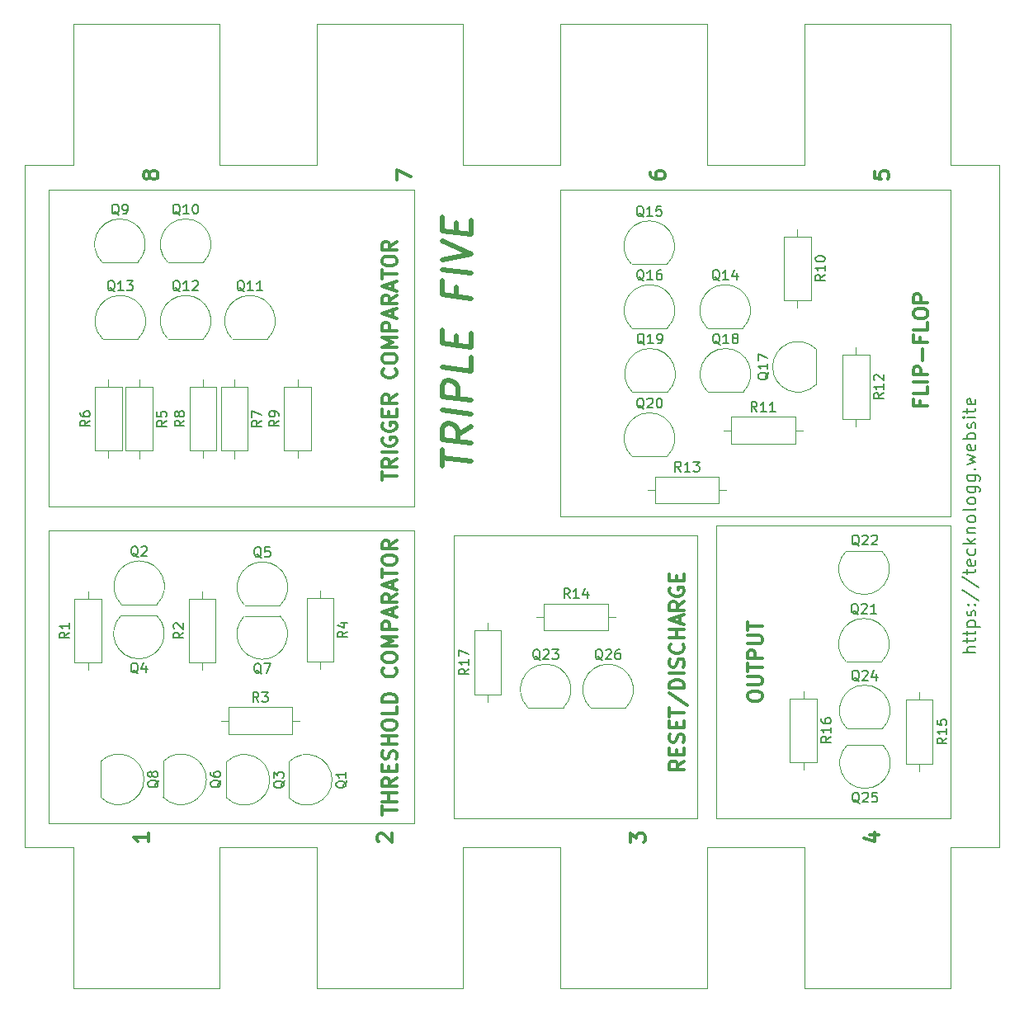
<source format=gbr>
G04 #@! TF.GenerationSoftware,KiCad,Pcbnew,(5.1.6)-1*
G04 #@! TF.CreationDate,2020-09-11T21:59:46+04:00*
G04 #@! TF.ProjectId,Triple-five,54726970-6c65-42d6-9669-76652e6b6963,rev?*
G04 #@! TF.SameCoordinates,Original*
G04 #@! TF.FileFunction,Legend,Top*
G04 #@! TF.FilePolarity,Positive*
%FSLAX46Y46*%
G04 Gerber Fmt 4.6, Leading zero omitted, Abs format (unit mm)*
G04 Created by KiCad (PCBNEW (5.1.6)-1) date 2020-09-11 21:59:46*
%MOMM*%
%LPD*%
G01*
G04 APERTURE LIST*
%ADD10C,0.120000*%
%ADD11C,0.500000*%
%ADD12C,0.300000*%
%ADD13C,0.150000*%
G04 #@! TA.AperFunction,Profile*
%ADD14C,0.050000*%
G04 #@! TD*
G04 APERTURE END LIST*
D10*
X184500000Y-125250000D02*
X184500000Y-96250000D01*
X155500000Y-125750000D02*
X118000000Y-125750000D01*
X210500000Y-94250000D02*
X170500000Y-94250000D01*
X210500000Y-93250000D02*
X210500000Y-94250000D01*
X118000000Y-125750000D02*
X118000000Y-95750000D01*
X186500000Y-125250000D02*
X186500000Y-95250000D01*
X159500000Y-96250000D02*
X159500000Y-125250000D01*
X210500000Y-125250000D02*
X186500000Y-125250000D01*
X159500000Y-125250000D02*
X184500000Y-125250000D01*
X118000000Y-93250000D02*
X118000000Y-60750000D01*
X184500000Y-96250000D02*
X159500000Y-96250000D01*
X170500000Y-93250000D02*
X170500000Y-60750000D01*
X155500000Y-60750000D02*
X155500000Y-93250000D01*
X118000000Y-95750000D02*
X155500000Y-95750000D01*
X155500000Y-95750000D02*
X155500000Y-125750000D01*
X118000000Y-60750000D02*
X155500000Y-60750000D01*
X155500000Y-93250000D02*
X118000000Y-93250000D01*
X170500000Y-60750000D02*
X210500000Y-60750000D01*
X210500000Y-60750000D02*
X210500000Y-93250000D01*
X170500000Y-93250000D02*
X170500000Y-94250000D01*
X186500000Y-95250000D02*
X210500000Y-95250000D01*
X210500000Y-95250000D02*
X210500000Y-125250000D01*
D11*
X158357142Y-89107589D02*
X158357142Y-87393303D01*
X161357142Y-88625446D02*
X158357142Y-88250446D01*
X161357142Y-85054017D02*
X159928571Y-85875446D01*
X161357142Y-86768303D02*
X158357142Y-86393303D01*
X158357142Y-85250446D01*
X158500000Y-84982589D01*
X158642857Y-84857589D01*
X158928571Y-84750446D01*
X159357142Y-84804017D01*
X159642857Y-84982589D01*
X159785714Y-85143303D01*
X159928571Y-85446875D01*
X159928571Y-86589732D01*
X161357142Y-83768303D02*
X158357142Y-83393303D01*
X161357142Y-82339732D02*
X158357142Y-81964732D01*
X158357142Y-80821875D01*
X158500000Y-80554017D01*
X158642857Y-80429017D01*
X158928571Y-80321875D01*
X159357142Y-80375446D01*
X159642857Y-80554017D01*
X159785714Y-80714732D01*
X159928571Y-81018303D01*
X159928571Y-82161160D01*
X161357142Y-77911160D02*
X161357142Y-79339732D01*
X158357142Y-78964732D01*
X159785714Y-76714732D02*
X159785714Y-75714732D01*
X161357142Y-75482589D02*
X161357142Y-76911160D01*
X158357142Y-76536160D01*
X158357142Y-75107589D01*
X159785714Y-70714732D02*
X159785714Y-71714732D01*
X161357142Y-71911160D02*
X158357142Y-71536160D01*
X158357142Y-70107589D01*
X161357142Y-69339732D02*
X158357142Y-68964732D01*
X158357142Y-67964732D02*
X161357142Y-67339732D01*
X158357142Y-65964732D01*
X159785714Y-65143303D02*
X159785714Y-64143303D01*
X161357142Y-63911160D02*
X161357142Y-65339732D01*
X158357142Y-64964732D01*
X158357142Y-63536160D01*
D12*
X179678571Y-58964285D02*
X179678571Y-59250000D01*
X179750000Y-59392857D01*
X179821428Y-59464285D01*
X180035714Y-59607142D01*
X180321428Y-59678571D01*
X180892857Y-59678571D01*
X181035714Y-59607142D01*
X181107142Y-59535714D01*
X181178571Y-59392857D01*
X181178571Y-59107142D01*
X181107142Y-58964285D01*
X181035714Y-58892857D01*
X180892857Y-58821428D01*
X180535714Y-58821428D01*
X180392857Y-58892857D01*
X180321428Y-58964285D01*
X180250000Y-59107142D01*
X180250000Y-59392857D01*
X180321428Y-59535714D01*
X180392857Y-59607142D01*
X180535714Y-59678571D01*
X152178571Y-124892857D02*
X152178571Y-124035714D01*
X153678571Y-124464285D02*
X152178571Y-124464285D01*
X153678571Y-123535714D02*
X152178571Y-123535714D01*
X152892857Y-123535714D02*
X152892857Y-122678571D01*
X153678571Y-122678571D02*
X152178571Y-122678571D01*
X153678571Y-121107142D02*
X152964285Y-121607142D01*
X153678571Y-121964285D02*
X152178571Y-121964285D01*
X152178571Y-121392857D01*
X152250000Y-121250000D01*
X152321428Y-121178571D01*
X152464285Y-121107142D01*
X152678571Y-121107142D01*
X152821428Y-121178571D01*
X152892857Y-121250000D01*
X152964285Y-121392857D01*
X152964285Y-121964285D01*
X152892857Y-120464285D02*
X152892857Y-119964285D01*
X153678571Y-119750000D02*
X153678571Y-120464285D01*
X152178571Y-120464285D01*
X152178571Y-119750000D01*
X153607142Y-119178571D02*
X153678571Y-118964285D01*
X153678571Y-118607142D01*
X153607142Y-118464285D01*
X153535714Y-118392857D01*
X153392857Y-118321428D01*
X153250000Y-118321428D01*
X153107142Y-118392857D01*
X153035714Y-118464285D01*
X152964285Y-118607142D01*
X152892857Y-118892857D01*
X152821428Y-119035714D01*
X152750000Y-119107142D01*
X152607142Y-119178571D01*
X152464285Y-119178571D01*
X152321428Y-119107142D01*
X152250000Y-119035714D01*
X152178571Y-118892857D01*
X152178571Y-118535714D01*
X152250000Y-118321428D01*
X153678571Y-117678571D02*
X152178571Y-117678571D01*
X152892857Y-117678571D02*
X152892857Y-116821428D01*
X153678571Y-116821428D02*
X152178571Y-116821428D01*
X152178571Y-115821428D02*
X152178571Y-115535714D01*
X152250000Y-115392857D01*
X152392857Y-115250000D01*
X152678571Y-115178571D01*
X153178571Y-115178571D01*
X153464285Y-115250000D01*
X153607142Y-115392857D01*
X153678571Y-115535714D01*
X153678571Y-115821428D01*
X153607142Y-115964285D01*
X153464285Y-116107142D01*
X153178571Y-116178571D01*
X152678571Y-116178571D01*
X152392857Y-116107142D01*
X152250000Y-115964285D01*
X152178571Y-115821428D01*
X153678571Y-113821428D02*
X153678571Y-114535714D01*
X152178571Y-114535714D01*
X153678571Y-113321428D02*
X152178571Y-113321428D01*
X152178571Y-112964285D01*
X152250000Y-112750000D01*
X152392857Y-112607142D01*
X152535714Y-112535714D01*
X152821428Y-112464285D01*
X153035714Y-112464285D01*
X153321428Y-112535714D01*
X153464285Y-112607142D01*
X153607142Y-112750000D01*
X153678571Y-112964285D01*
X153678571Y-113321428D01*
X153535714Y-109821428D02*
X153607142Y-109892857D01*
X153678571Y-110107142D01*
X153678571Y-110250000D01*
X153607142Y-110464285D01*
X153464285Y-110607142D01*
X153321428Y-110678571D01*
X153035714Y-110750000D01*
X152821428Y-110750000D01*
X152535714Y-110678571D01*
X152392857Y-110607142D01*
X152250000Y-110464285D01*
X152178571Y-110250000D01*
X152178571Y-110107142D01*
X152250000Y-109892857D01*
X152321428Y-109821428D01*
X152178571Y-108892857D02*
X152178571Y-108607142D01*
X152250000Y-108464285D01*
X152392857Y-108321428D01*
X152678571Y-108250000D01*
X153178571Y-108250000D01*
X153464285Y-108321428D01*
X153607142Y-108464285D01*
X153678571Y-108607142D01*
X153678571Y-108892857D01*
X153607142Y-109035714D01*
X153464285Y-109178571D01*
X153178571Y-109250000D01*
X152678571Y-109250000D01*
X152392857Y-109178571D01*
X152250000Y-109035714D01*
X152178571Y-108892857D01*
X153678571Y-107607142D02*
X152178571Y-107607142D01*
X153250000Y-107107142D01*
X152178571Y-106607142D01*
X153678571Y-106607142D01*
X153678571Y-105892857D02*
X152178571Y-105892857D01*
X152178571Y-105321428D01*
X152250000Y-105178571D01*
X152321428Y-105107142D01*
X152464285Y-105035714D01*
X152678571Y-105035714D01*
X152821428Y-105107142D01*
X152892857Y-105178571D01*
X152964285Y-105321428D01*
X152964285Y-105892857D01*
X153250000Y-104464285D02*
X153250000Y-103750000D01*
X153678571Y-104607142D02*
X152178571Y-104107142D01*
X153678571Y-103607142D01*
X153678571Y-102250000D02*
X152964285Y-102750000D01*
X153678571Y-103107142D02*
X152178571Y-103107142D01*
X152178571Y-102535714D01*
X152250000Y-102392857D01*
X152321428Y-102321428D01*
X152464285Y-102250000D01*
X152678571Y-102250000D01*
X152821428Y-102321428D01*
X152892857Y-102392857D01*
X152964285Y-102535714D01*
X152964285Y-103107142D01*
X153250000Y-101678571D02*
X153250000Y-100964285D01*
X153678571Y-101821428D02*
X152178571Y-101321428D01*
X153678571Y-100821428D01*
X152178571Y-100535714D02*
X152178571Y-99678571D01*
X153678571Y-100107142D02*
X152178571Y-100107142D01*
X152178571Y-98892857D02*
X152178571Y-98607142D01*
X152250000Y-98464285D01*
X152392857Y-98321428D01*
X152678571Y-98250000D01*
X153178571Y-98250000D01*
X153464285Y-98321428D01*
X153607142Y-98464285D01*
X153678571Y-98607142D01*
X153678571Y-98892857D01*
X153607142Y-99035714D01*
X153464285Y-99178571D01*
X153178571Y-99250000D01*
X152678571Y-99250000D01*
X152392857Y-99178571D01*
X152250000Y-99035714D01*
X152178571Y-98892857D01*
X153678571Y-96750000D02*
X152964285Y-97250000D01*
X153678571Y-97607142D02*
X152178571Y-97607142D01*
X152178571Y-97035714D01*
X152250000Y-96892857D01*
X152321428Y-96821428D01*
X152464285Y-96750000D01*
X152678571Y-96750000D01*
X152821428Y-96821428D01*
X152892857Y-96892857D01*
X152964285Y-97035714D01*
X152964285Y-97607142D01*
X207392857Y-82464285D02*
X207392857Y-82964285D01*
X208178571Y-82964285D02*
X206678571Y-82964285D01*
X206678571Y-82250000D01*
X208178571Y-80964285D02*
X208178571Y-81678571D01*
X206678571Y-81678571D01*
X208178571Y-80464285D02*
X206678571Y-80464285D01*
X208178571Y-79750000D02*
X206678571Y-79750000D01*
X206678571Y-79178571D01*
X206750000Y-79035714D01*
X206821428Y-78964285D01*
X206964285Y-78892857D01*
X207178571Y-78892857D01*
X207321428Y-78964285D01*
X207392857Y-79035714D01*
X207464285Y-79178571D01*
X207464285Y-79750000D01*
X207607142Y-78250000D02*
X207607142Y-77107142D01*
X207392857Y-75892857D02*
X207392857Y-76392857D01*
X208178571Y-76392857D02*
X206678571Y-76392857D01*
X206678571Y-75678571D01*
X208178571Y-74392857D02*
X208178571Y-75107142D01*
X206678571Y-75107142D01*
X206678571Y-73607142D02*
X206678571Y-73321428D01*
X206750000Y-73178571D01*
X206892857Y-73035714D01*
X207178571Y-72964285D01*
X207678571Y-72964285D01*
X207964285Y-73035714D01*
X208107142Y-73178571D01*
X208178571Y-73321428D01*
X208178571Y-73607142D01*
X208107142Y-73750000D01*
X207964285Y-73892857D01*
X207678571Y-73964285D01*
X207178571Y-73964285D01*
X206892857Y-73892857D01*
X206750000Y-73750000D01*
X206678571Y-73607142D01*
X208178571Y-72321428D02*
X206678571Y-72321428D01*
X206678571Y-71750000D01*
X206750000Y-71607142D01*
X206821428Y-71535714D01*
X206964285Y-71464285D01*
X207178571Y-71464285D01*
X207321428Y-71535714D01*
X207392857Y-71607142D01*
X207464285Y-71750000D01*
X207464285Y-72321428D01*
X183178571Y-119392857D02*
X182464285Y-119892857D01*
X183178571Y-120250000D02*
X181678571Y-120250000D01*
X181678571Y-119678571D01*
X181750000Y-119535714D01*
X181821428Y-119464285D01*
X181964285Y-119392857D01*
X182178571Y-119392857D01*
X182321428Y-119464285D01*
X182392857Y-119535714D01*
X182464285Y-119678571D01*
X182464285Y-120250000D01*
X182392857Y-118750000D02*
X182392857Y-118250000D01*
X183178571Y-118035714D02*
X183178571Y-118750000D01*
X181678571Y-118750000D01*
X181678571Y-118035714D01*
X183107142Y-117464285D02*
X183178571Y-117250000D01*
X183178571Y-116892857D01*
X183107142Y-116750000D01*
X183035714Y-116678571D01*
X182892857Y-116607142D01*
X182750000Y-116607142D01*
X182607142Y-116678571D01*
X182535714Y-116750000D01*
X182464285Y-116892857D01*
X182392857Y-117178571D01*
X182321428Y-117321428D01*
X182250000Y-117392857D01*
X182107142Y-117464285D01*
X181964285Y-117464285D01*
X181821428Y-117392857D01*
X181750000Y-117321428D01*
X181678571Y-117178571D01*
X181678571Y-116821428D01*
X181750000Y-116607142D01*
X182392857Y-115964285D02*
X182392857Y-115464285D01*
X183178571Y-115250000D02*
X183178571Y-115964285D01*
X181678571Y-115964285D01*
X181678571Y-115250000D01*
X181678571Y-114821428D02*
X181678571Y-113964285D01*
X183178571Y-114392857D02*
X181678571Y-114392857D01*
X181607142Y-112392857D02*
X183535714Y-113678571D01*
X183178571Y-111892857D02*
X181678571Y-111892857D01*
X181678571Y-111535714D01*
X181750000Y-111321428D01*
X181892857Y-111178571D01*
X182035714Y-111107142D01*
X182321428Y-111035714D01*
X182535714Y-111035714D01*
X182821428Y-111107142D01*
X182964285Y-111178571D01*
X183107142Y-111321428D01*
X183178571Y-111535714D01*
X183178571Y-111892857D01*
X183178571Y-110392857D02*
X181678571Y-110392857D01*
X183107142Y-109750000D02*
X183178571Y-109535714D01*
X183178571Y-109178571D01*
X183107142Y-109035714D01*
X183035714Y-108964285D01*
X182892857Y-108892857D01*
X182750000Y-108892857D01*
X182607142Y-108964285D01*
X182535714Y-109035714D01*
X182464285Y-109178571D01*
X182392857Y-109464285D01*
X182321428Y-109607142D01*
X182250000Y-109678571D01*
X182107142Y-109750000D01*
X181964285Y-109750000D01*
X181821428Y-109678571D01*
X181750000Y-109607142D01*
X181678571Y-109464285D01*
X181678571Y-109107142D01*
X181750000Y-108892857D01*
X183035714Y-107392857D02*
X183107142Y-107464285D01*
X183178571Y-107678571D01*
X183178571Y-107821428D01*
X183107142Y-108035714D01*
X182964285Y-108178571D01*
X182821428Y-108250000D01*
X182535714Y-108321428D01*
X182321428Y-108321428D01*
X182035714Y-108250000D01*
X181892857Y-108178571D01*
X181750000Y-108035714D01*
X181678571Y-107821428D01*
X181678571Y-107678571D01*
X181750000Y-107464285D01*
X181821428Y-107392857D01*
X183178571Y-106750000D02*
X181678571Y-106750000D01*
X182392857Y-106750000D02*
X182392857Y-105892857D01*
X183178571Y-105892857D02*
X181678571Y-105892857D01*
X182750000Y-105250000D02*
X182750000Y-104535714D01*
X183178571Y-105392857D02*
X181678571Y-104892857D01*
X183178571Y-104392857D01*
X183178571Y-103035714D02*
X182464285Y-103535714D01*
X183178571Y-103892857D02*
X181678571Y-103892857D01*
X181678571Y-103321428D01*
X181750000Y-103178571D01*
X181821428Y-103107142D01*
X181964285Y-103035714D01*
X182178571Y-103035714D01*
X182321428Y-103107142D01*
X182392857Y-103178571D01*
X182464285Y-103321428D01*
X182464285Y-103892857D01*
X181750000Y-101607142D02*
X181678571Y-101750000D01*
X181678571Y-101964285D01*
X181750000Y-102178571D01*
X181892857Y-102321428D01*
X182035714Y-102392857D01*
X182321428Y-102464285D01*
X182535714Y-102464285D01*
X182821428Y-102392857D01*
X182964285Y-102321428D01*
X183107142Y-102178571D01*
X183178571Y-101964285D01*
X183178571Y-101821428D01*
X183107142Y-101607142D01*
X183035714Y-101535714D01*
X182535714Y-101535714D01*
X182535714Y-101821428D01*
X182392857Y-100892857D02*
X182392857Y-100392857D01*
X183178571Y-100178571D02*
X183178571Y-100892857D01*
X181678571Y-100892857D01*
X181678571Y-100178571D01*
X202178571Y-126964285D02*
X203178571Y-126964285D01*
X201607142Y-127321428D02*
X202678571Y-127678571D01*
X202678571Y-126750000D01*
X189678571Y-112857142D02*
X189678571Y-112571428D01*
X189750000Y-112428571D01*
X189892857Y-112285714D01*
X190178571Y-112214285D01*
X190678571Y-112214285D01*
X190964285Y-112285714D01*
X191107142Y-112428571D01*
X191178571Y-112571428D01*
X191178571Y-112857142D01*
X191107142Y-113000000D01*
X190964285Y-113142857D01*
X190678571Y-113214285D01*
X190178571Y-113214285D01*
X189892857Y-113142857D01*
X189750000Y-113000000D01*
X189678571Y-112857142D01*
X189678571Y-111571428D02*
X190892857Y-111571428D01*
X191035714Y-111500000D01*
X191107142Y-111428571D01*
X191178571Y-111285714D01*
X191178571Y-111000000D01*
X191107142Y-110857142D01*
X191035714Y-110785714D01*
X190892857Y-110714285D01*
X189678571Y-110714285D01*
X189678571Y-110214285D02*
X189678571Y-109357142D01*
X191178571Y-109785714D02*
X189678571Y-109785714D01*
X191178571Y-108857142D02*
X189678571Y-108857142D01*
X189678571Y-108285714D01*
X189750000Y-108142857D01*
X189821428Y-108071428D01*
X189964285Y-108000000D01*
X190178571Y-108000000D01*
X190321428Y-108071428D01*
X190392857Y-108142857D01*
X190464285Y-108285714D01*
X190464285Y-108857142D01*
X189678571Y-107357142D02*
X190892857Y-107357142D01*
X191035714Y-107285714D01*
X191107142Y-107214285D01*
X191178571Y-107071428D01*
X191178571Y-106785714D01*
X191107142Y-106642857D01*
X191035714Y-106571428D01*
X190892857Y-106500000D01*
X189678571Y-106500000D01*
X189678571Y-106000000D02*
X189678571Y-105142857D01*
X191178571Y-105571428D02*
X189678571Y-105571428D01*
X202678571Y-58892857D02*
X202678571Y-59607142D01*
X203392857Y-59678571D01*
X203321428Y-59607142D01*
X203250000Y-59464285D01*
X203250000Y-59107142D01*
X203321428Y-58964285D01*
X203392857Y-58892857D01*
X203535714Y-58821428D01*
X203892857Y-58821428D01*
X204035714Y-58892857D01*
X204107142Y-58964285D01*
X204178571Y-59107142D01*
X204178571Y-59464285D01*
X204107142Y-59607142D01*
X204035714Y-59678571D01*
X153678571Y-59750000D02*
X153678571Y-58750000D01*
X155178571Y-59392857D01*
D13*
X213088095Y-108250000D02*
X211788095Y-108250000D01*
X213088095Y-107692857D02*
X212407142Y-107692857D01*
X212283333Y-107754761D01*
X212221428Y-107878571D01*
X212221428Y-108064285D01*
X212283333Y-108188095D01*
X212345238Y-108250000D01*
X212221428Y-107259523D02*
X212221428Y-106764285D01*
X211788095Y-107073809D02*
X212902380Y-107073809D01*
X213026190Y-107011904D01*
X213088095Y-106888095D01*
X213088095Y-106764285D01*
X212221428Y-106516666D02*
X212221428Y-106021428D01*
X211788095Y-106330952D02*
X212902380Y-106330952D01*
X213026190Y-106269047D01*
X213088095Y-106145238D01*
X213088095Y-106021428D01*
X212221428Y-105588095D02*
X213521428Y-105588095D01*
X212283333Y-105588095D02*
X212221428Y-105464285D01*
X212221428Y-105216666D01*
X212283333Y-105092857D01*
X212345238Y-105030952D01*
X212469047Y-104969047D01*
X212840476Y-104969047D01*
X212964285Y-105030952D01*
X213026190Y-105092857D01*
X213088095Y-105216666D01*
X213088095Y-105464285D01*
X213026190Y-105588095D01*
X213026190Y-104473809D02*
X213088095Y-104350000D01*
X213088095Y-104102380D01*
X213026190Y-103978571D01*
X212902380Y-103916666D01*
X212840476Y-103916666D01*
X212716666Y-103978571D01*
X212654761Y-104102380D01*
X212654761Y-104288095D01*
X212592857Y-104411904D01*
X212469047Y-104473809D01*
X212407142Y-104473809D01*
X212283333Y-104411904D01*
X212221428Y-104288095D01*
X212221428Y-104102380D01*
X212283333Y-103978571D01*
X212964285Y-103359523D02*
X213026190Y-103297619D01*
X213088095Y-103359523D01*
X213026190Y-103421428D01*
X212964285Y-103359523D01*
X213088095Y-103359523D01*
X212283333Y-103359523D02*
X212345238Y-103297619D01*
X212407142Y-103359523D01*
X212345238Y-103421428D01*
X212283333Y-103359523D01*
X212407142Y-103359523D01*
X211726190Y-101811904D02*
X213397619Y-102926190D01*
X211726190Y-100450000D02*
X213397619Y-101564285D01*
X212221428Y-100202380D02*
X212221428Y-99707142D01*
X211788095Y-100016666D02*
X212902380Y-100016666D01*
X213026190Y-99954761D01*
X213088095Y-99830952D01*
X213088095Y-99707142D01*
X213026190Y-98778571D02*
X213088095Y-98902380D01*
X213088095Y-99150000D01*
X213026190Y-99273809D01*
X212902380Y-99335714D01*
X212407142Y-99335714D01*
X212283333Y-99273809D01*
X212221428Y-99150000D01*
X212221428Y-98902380D01*
X212283333Y-98778571D01*
X212407142Y-98716666D01*
X212530952Y-98716666D01*
X212654761Y-99335714D01*
X213026190Y-97602380D02*
X213088095Y-97726190D01*
X213088095Y-97973809D01*
X213026190Y-98097619D01*
X212964285Y-98159523D01*
X212840476Y-98221428D01*
X212469047Y-98221428D01*
X212345238Y-98159523D01*
X212283333Y-98097619D01*
X212221428Y-97973809D01*
X212221428Y-97726190D01*
X212283333Y-97602380D01*
X213088095Y-97045238D02*
X211788095Y-97045238D01*
X212592857Y-96921428D02*
X213088095Y-96550000D01*
X212221428Y-96550000D02*
X212716666Y-97045238D01*
X212221428Y-95992857D02*
X213088095Y-95992857D01*
X212345238Y-95992857D02*
X212283333Y-95930952D01*
X212221428Y-95807142D01*
X212221428Y-95621428D01*
X212283333Y-95497619D01*
X212407142Y-95435714D01*
X213088095Y-95435714D01*
X213088095Y-94630952D02*
X213026190Y-94754761D01*
X212964285Y-94816666D01*
X212840476Y-94878571D01*
X212469047Y-94878571D01*
X212345238Y-94816666D01*
X212283333Y-94754761D01*
X212221428Y-94630952D01*
X212221428Y-94445238D01*
X212283333Y-94321428D01*
X212345238Y-94259523D01*
X212469047Y-94197619D01*
X212840476Y-94197619D01*
X212964285Y-94259523D01*
X213026190Y-94321428D01*
X213088095Y-94445238D01*
X213088095Y-94630952D01*
X213088095Y-93454761D02*
X213026190Y-93578571D01*
X212902380Y-93640476D01*
X211788095Y-93640476D01*
X213088095Y-92773809D02*
X213026190Y-92897619D01*
X212964285Y-92959523D01*
X212840476Y-93021428D01*
X212469047Y-93021428D01*
X212345238Y-92959523D01*
X212283333Y-92897619D01*
X212221428Y-92773809D01*
X212221428Y-92588095D01*
X212283333Y-92464285D01*
X212345238Y-92402380D01*
X212469047Y-92340476D01*
X212840476Y-92340476D01*
X212964285Y-92402380D01*
X213026190Y-92464285D01*
X213088095Y-92588095D01*
X213088095Y-92773809D01*
X212221428Y-91226190D02*
X213273809Y-91226190D01*
X213397619Y-91288095D01*
X213459523Y-91350000D01*
X213521428Y-91473809D01*
X213521428Y-91659523D01*
X213459523Y-91783333D01*
X213026190Y-91226190D02*
X213088095Y-91350000D01*
X213088095Y-91597619D01*
X213026190Y-91721428D01*
X212964285Y-91783333D01*
X212840476Y-91845238D01*
X212469047Y-91845238D01*
X212345238Y-91783333D01*
X212283333Y-91721428D01*
X212221428Y-91597619D01*
X212221428Y-91350000D01*
X212283333Y-91226190D01*
X212221428Y-90050000D02*
X213273809Y-90050000D01*
X213397619Y-90111904D01*
X213459523Y-90173809D01*
X213521428Y-90297619D01*
X213521428Y-90483333D01*
X213459523Y-90607142D01*
X213026190Y-90050000D02*
X213088095Y-90173809D01*
X213088095Y-90421428D01*
X213026190Y-90545238D01*
X212964285Y-90607142D01*
X212840476Y-90669047D01*
X212469047Y-90669047D01*
X212345238Y-90607142D01*
X212283333Y-90545238D01*
X212221428Y-90421428D01*
X212221428Y-90173809D01*
X212283333Y-90050000D01*
X212964285Y-89430952D02*
X213026190Y-89369047D01*
X213088095Y-89430952D01*
X213026190Y-89492857D01*
X212964285Y-89430952D01*
X213088095Y-89430952D01*
X212221428Y-88935714D02*
X213088095Y-88688095D01*
X212469047Y-88440476D01*
X213088095Y-88192857D01*
X212221428Y-87945238D01*
X213026190Y-86954761D02*
X213088095Y-87078571D01*
X213088095Y-87326190D01*
X213026190Y-87450000D01*
X212902380Y-87511904D01*
X212407142Y-87511904D01*
X212283333Y-87450000D01*
X212221428Y-87326190D01*
X212221428Y-87078571D01*
X212283333Y-86954761D01*
X212407142Y-86892857D01*
X212530952Y-86892857D01*
X212654761Y-87511904D01*
X213088095Y-86335714D02*
X211788095Y-86335714D01*
X212283333Y-86335714D02*
X212221428Y-86211904D01*
X212221428Y-85964285D01*
X212283333Y-85840476D01*
X212345238Y-85778571D01*
X212469047Y-85716666D01*
X212840476Y-85716666D01*
X212964285Y-85778571D01*
X213026190Y-85840476D01*
X213088095Y-85964285D01*
X213088095Y-86211904D01*
X213026190Y-86335714D01*
X213026190Y-85221428D02*
X213088095Y-85097619D01*
X213088095Y-84850000D01*
X213026190Y-84726190D01*
X212902380Y-84664285D01*
X212840476Y-84664285D01*
X212716666Y-84726190D01*
X212654761Y-84850000D01*
X212654761Y-85035714D01*
X212592857Y-85159523D01*
X212469047Y-85221428D01*
X212407142Y-85221428D01*
X212283333Y-85159523D01*
X212221428Y-85035714D01*
X212221428Y-84850000D01*
X212283333Y-84726190D01*
X213088095Y-84107142D02*
X212221428Y-84107142D01*
X211788095Y-84107142D02*
X211850000Y-84169047D01*
X211911904Y-84107142D01*
X211850000Y-84045238D01*
X211788095Y-84107142D01*
X211911904Y-84107142D01*
X212221428Y-83673809D02*
X212221428Y-83178571D01*
X211788095Y-83488095D02*
X212902380Y-83488095D01*
X213026190Y-83426190D01*
X213088095Y-83302380D01*
X213088095Y-83178571D01*
X213026190Y-82250000D02*
X213088095Y-82373809D01*
X213088095Y-82621428D01*
X213026190Y-82745238D01*
X212902380Y-82807142D01*
X212407142Y-82807142D01*
X212283333Y-82745238D01*
X212221428Y-82621428D01*
X212221428Y-82373809D01*
X212283333Y-82250000D01*
X212407142Y-82188095D01*
X212530952Y-82188095D01*
X212654761Y-82807142D01*
D12*
X128178571Y-126821428D02*
X128178571Y-127678571D01*
X128178571Y-127250000D02*
X126678571Y-127250000D01*
X126892857Y-127392857D01*
X127035714Y-127535714D01*
X127107142Y-127678571D01*
X151821428Y-127678571D02*
X151750000Y-127607142D01*
X151678571Y-127464285D01*
X151678571Y-127107142D01*
X151750000Y-126964285D01*
X151821428Y-126892857D01*
X151964285Y-126821428D01*
X152107142Y-126821428D01*
X152321428Y-126892857D01*
X153178571Y-127750000D01*
X153178571Y-126821428D01*
X128321428Y-59392857D02*
X128250000Y-59535714D01*
X128178571Y-59607142D01*
X128035714Y-59678571D01*
X127964285Y-59678571D01*
X127821428Y-59607142D01*
X127750000Y-59535714D01*
X127678571Y-59392857D01*
X127678571Y-59107142D01*
X127750000Y-58964285D01*
X127821428Y-58892857D01*
X127964285Y-58821428D01*
X128035714Y-58821428D01*
X128178571Y-58892857D01*
X128250000Y-58964285D01*
X128321428Y-59107142D01*
X128321428Y-59392857D01*
X128392857Y-59535714D01*
X128464285Y-59607142D01*
X128607142Y-59678571D01*
X128892857Y-59678571D01*
X129035714Y-59607142D01*
X129107142Y-59535714D01*
X129178571Y-59392857D01*
X129178571Y-59107142D01*
X129107142Y-58964285D01*
X129035714Y-58892857D01*
X128892857Y-58821428D01*
X128607142Y-58821428D01*
X128464285Y-58892857D01*
X128392857Y-58964285D01*
X128321428Y-59107142D01*
X177678571Y-127750000D02*
X177678571Y-126821428D01*
X178250000Y-127321428D01*
X178250000Y-127107142D01*
X178321428Y-126964285D01*
X178392857Y-126892857D01*
X178535714Y-126821428D01*
X178892857Y-126821428D01*
X179035714Y-126892857D01*
X179107142Y-126964285D01*
X179178571Y-127107142D01*
X179178571Y-127535714D01*
X179107142Y-127678571D01*
X179035714Y-127750000D01*
X152178571Y-90571428D02*
X152178571Y-89714285D01*
X153678571Y-90142857D02*
X152178571Y-90142857D01*
X153678571Y-88357142D02*
X152964285Y-88857142D01*
X153678571Y-89214285D02*
X152178571Y-89214285D01*
X152178571Y-88642857D01*
X152250000Y-88500000D01*
X152321428Y-88428571D01*
X152464285Y-88357142D01*
X152678571Y-88357142D01*
X152821428Y-88428571D01*
X152892857Y-88500000D01*
X152964285Y-88642857D01*
X152964285Y-89214285D01*
X153678571Y-87714285D02*
X152178571Y-87714285D01*
X152250000Y-86214285D02*
X152178571Y-86357142D01*
X152178571Y-86571428D01*
X152250000Y-86785714D01*
X152392857Y-86928571D01*
X152535714Y-87000000D01*
X152821428Y-87071428D01*
X153035714Y-87071428D01*
X153321428Y-87000000D01*
X153464285Y-86928571D01*
X153607142Y-86785714D01*
X153678571Y-86571428D01*
X153678571Y-86428571D01*
X153607142Y-86214285D01*
X153535714Y-86142857D01*
X153035714Y-86142857D01*
X153035714Y-86428571D01*
X152250000Y-84714285D02*
X152178571Y-84857142D01*
X152178571Y-85071428D01*
X152250000Y-85285714D01*
X152392857Y-85428571D01*
X152535714Y-85500000D01*
X152821428Y-85571428D01*
X153035714Y-85571428D01*
X153321428Y-85500000D01*
X153464285Y-85428571D01*
X153607142Y-85285714D01*
X153678571Y-85071428D01*
X153678571Y-84928571D01*
X153607142Y-84714285D01*
X153535714Y-84642857D01*
X153035714Y-84642857D01*
X153035714Y-84928571D01*
X152892857Y-84000000D02*
X152892857Y-83500000D01*
X153678571Y-83285714D02*
X153678571Y-84000000D01*
X152178571Y-84000000D01*
X152178571Y-83285714D01*
X153678571Y-81785714D02*
X152964285Y-82285714D01*
X153678571Y-82642857D02*
X152178571Y-82642857D01*
X152178571Y-82071428D01*
X152250000Y-81928571D01*
X152321428Y-81857142D01*
X152464285Y-81785714D01*
X152678571Y-81785714D01*
X152821428Y-81857142D01*
X152892857Y-81928571D01*
X152964285Y-82071428D01*
X152964285Y-82642857D01*
X153535714Y-79142857D02*
X153607142Y-79214285D01*
X153678571Y-79428571D01*
X153678571Y-79571428D01*
X153607142Y-79785714D01*
X153464285Y-79928571D01*
X153321428Y-80000000D01*
X153035714Y-80071428D01*
X152821428Y-80071428D01*
X152535714Y-80000000D01*
X152392857Y-79928571D01*
X152250000Y-79785714D01*
X152178571Y-79571428D01*
X152178571Y-79428571D01*
X152250000Y-79214285D01*
X152321428Y-79142857D01*
X152178571Y-78214285D02*
X152178571Y-77928571D01*
X152250000Y-77785714D01*
X152392857Y-77642857D01*
X152678571Y-77571428D01*
X153178571Y-77571428D01*
X153464285Y-77642857D01*
X153607142Y-77785714D01*
X153678571Y-77928571D01*
X153678571Y-78214285D01*
X153607142Y-78357142D01*
X153464285Y-78500000D01*
X153178571Y-78571428D01*
X152678571Y-78571428D01*
X152392857Y-78500000D01*
X152250000Y-78357142D01*
X152178571Y-78214285D01*
X153678571Y-76928571D02*
X152178571Y-76928571D01*
X153250000Y-76428571D01*
X152178571Y-75928571D01*
X153678571Y-75928571D01*
X153678571Y-75214285D02*
X152178571Y-75214285D01*
X152178571Y-74642857D01*
X152250000Y-74500000D01*
X152321428Y-74428571D01*
X152464285Y-74357142D01*
X152678571Y-74357142D01*
X152821428Y-74428571D01*
X152892857Y-74500000D01*
X152964285Y-74642857D01*
X152964285Y-75214285D01*
X153250000Y-73785714D02*
X153250000Y-73071428D01*
X153678571Y-73928571D02*
X152178571Y-73428571D01*
X153678571Y-72928571D01*
X153678571Y-71571428D02*
X152964285Y-72071428D01*
X153678571Y-72428571D02*
X152178571Y-72428571D01*
X152178571Y-71857142D01*
X152250000Y-71714285D01*
X152321428Y-71642857D01*
X152464285Y-71571428D01*
X152678571Y-71571428D01*
X152821428Y-71642857D01*
X152892857Y-71714285D01*
X152964285Y-71857142D01*
X152964285Y-72428571D01*
X153250000Y-71000000D02*
X153250000Y-70285714D01*
X153678571Y-71142857D02*
X152178571Y-70642857D01*
X153678571Y-70142857D01*
X152178571Y-69857142D02*
X152178571Y-69000000D01*
X153678571Y-69428571D02*
X152178571Y-69428571D01*
X152178571Y-68214285D02*
X152178571Y-67928571D01*
X152250000Y-67785714D01*
X152392857Y-67642857D01*
X152678571Y-67571428D01*
X153178571Y-67571428D01*
X153464285Y-67642857D01*
X153607142Y-67785714D01*
X153678571Y-67928571D01*
X153678571Y-68214285D01*
X153607142Y-68357142D01*
X153464285Y-68500000D01*
X153178571Y-68571428D01*
X152678571Y-68571428D01*
X152392857Y-68500000D01*
X152250000Y-68357142D01*
X152178571Y-68214285D01*
X153678571Y-66071428D02*
X152964285Y-66571428D01*
X153678571Y-66928571D02*
X152178571Y-66928571D01*
X152178571Y-66357142D01*
X152250000Y-66214285D01*
X152321428Y-66142857D01*
X152464285Y-66071428D01*
X152678571Y-66071428D01*
X152821428Y-66142857D01*
X152892857Y-66214285D01*
X152964285Y-66357142D01*
X152964285Y-66928571D01*
D14*
X115500000Y-128250000D02*
X115500000Y-58250000D01*
X120500000Y-128250000D02*
X115500000Y-128250000D01*
X120500000Y-142750000D02*
X120500000Y-128250000D01*
X135500000Y-142750000D02*
X120500000Y-142750000D01*
X135500000Y-128250000D02*
X135500000Y-142750000D01*
X145500000Y-128250000D02*
X135500000Y-128250000D01*
X145500000Y-142750000D02*
X145500000Y-128250000D01*
X160500000Y-142750000D02*
X145500000Y-142750000D01*
X160500000Y-128250000D02*
X160500000Y-142750000D01*
X170500000Y-128250000D02*
X160500000Y-128250000D01*
X170500000Y-142750000D02*
X170500000Y-128250000D01*
X185500000Y-142750000D02*
X170500000Y-142750000D01*
X185500000Y-128250000D02*
X185500000Y-142750000D01*
X195500000Y-128250000D02*
X185500000Y-128250000D01*
X195500000Y-142750000D02*
X195500000Y-128250000D01*
X210500000Y-142750000D02*
X195500000Y-142750000D01*
X210500000Y-128250000D02*
X210500000Y-142750000D01*
X215500000Y-128250000D02*
X210500000Y-128250000D01*
X215500000Y-58250000D02*
X215500000Y-128250000D01*
X210500000Y-58250000D02*
X215500000Y-58250000D01*
X210500000Y-43750000D02*
X210500000Y-58250000D01*
X195500000Y-43750000D02*
X210500000Y-43750000D01*
X195500000Y-58250000D02*
X195500000Y-43750000D01*
X185500000Y-58250000D02*
X195500000Y-58250000D01*
X185500000Y-43750000D02*
X185500000Y-58250000D01*
X170500000Y-43750000D02*
X185500000Y-43750000D01*
X170500000Y-58250000D02*
X170500000Y-43750000D01*
X160500000Y-58250000D02*
X170500000Y-58250000D01*
X160500000Y-43750000D02*
X160500000Y-58250000D01*
X145500000Y-43750000D02*
X160500000Y-43750000D01*
X145500000Y-58250000D02*
X145500000Y-43750000D01*
X135500000Y-58250000D02*
X145500000Y-58250000D01*
X135500000Y-43750000D02*
X135500000Y-58250000D01*
X120500000Y-43750000D02*
X135500000Y-43750000D01*
X120500000Y-58250000D02*
X120500000Y-43750000D01*
X115500000Y-58250000D02*
X120500000Y-58250000D01*
D10*
G04 #@! TO.C,Q26*
X173570000Y-113900000D02*
X177170000Y-113900000D01*
X177208478Y-113888478D02*
G75*
G03*
X175370000Y-109450000I-1838478J1838478D01*
G01*
X173531522Y-113888478D02*
G75*
G02*
X175370000Y-109450000I1838478J1838478D01*
G01*
G04 #@! TO.C,Q19*
X177870000Y-81500000D02*
X181470000Y-81500000D01*
X177831522Y-81488478D02*
G75*
G02*
X179670000Y-77050000I1838478J1838478D01*
G01*
X181508478Y-81488478D02*
G75*
G03*
X179670000Y-77050000I-1838478J1838478D01*
G01*
G04 #@! TO.C,Q10*
X130220000Y-68200000D02*
X133820000Y-68200000D01*
X130181522Y-68188478D02*
G75*
G02*
X132020000Y-63750000I1838478J1838478D01*
G01*
X133858478Y-68188478D02*
G75*
G03*
X132020000Y-63750000I-1838478J1838478D01*
G01*
G04 #@! TO.C,Q15*
X177791600Y-68397400D02*
X181391600Y-68397400D01*
X177753122Y-68385878D02*
G75*
G02*
X179591600Y-63947400I1838478J1838478D01*
G01*
X181430078Y-68385878D02*
G75*
G03*
X179591600Y-63947400I-1838478J1838478D01*
G01*
G04 #@! TO.C,Q8*
X123300000Y-119470000D02*
X123300000Y-123070000D01*
X123311522Y-119431522D02*
G75*
G02*
X127750000Y-121270000I1838478J-1838478D01*
G01*
X123311522Y-123108478D02*
G75*
G03*
X127750000Y-121270000I1838478J1838478D01*
G01*
G04 #@! TO.C,Q14*
X185580000Y-74950000D02*
X189180000Y-74950000D01*
X189218478Y-74938478D02*
G75*
G03*
X187380000Y-70500000I-1838478J1838478D01*
G01*
X185541522Y-74938478D02*
G75*
G02*
X187380000Y-70500000I1838478J1838478D01*
G01*
G04 #@! TO.C,Q11*
X136820000Y-76050000D02*
X140420000Y-76050000D01*
X140458478Y-76038478D02*
G75*
G03*
X138620000Y-71600000I-1838478J1838478D01*
G01*
X136781522Y-76038478D02*
G75*
G02*
X138620000Y-71600000I1838478J1838478D01*
G01*
G04 #@! TO.C,Q17*
X196700000Y-80730000D02*
X196700000Y-77130000D01*
X196688478Y-77091522D02*
G75*
G03*
X192250000Y-78930000I-1838478J-1838478D01*
G01*
X196688478Y-80768478D02*
G75*
G02*
X192250000Y-78930000I-1838478J1838478D01*
G01*
G04 #@! TO.C,Q23*
X167170000Y-113900000D02*
X170770000Y-113900000D01*
X170808478Y-113888478D02*
G75*
G03*
X168970000Y-109450000I-1838478J1838478D01*
G01*
X167131522Y-113888478D02*
G75*
G02*
X168970000Y-109450000I1838478J1838478D01*
G01*
G04 #@! TO.C,Q12*
X130220000Y-76050000D02*
X133820000Y-76050000D01*
X133858478Y-76038478D02*
G75*
G03*
X132020000Y-71600000I-1838478J1838478D01*
G01*
X130181522Y-76038478D02*
G75*
G02*
X132020000Y-71600000I1838478J1838478D01*
G01*
G04 #@! TO.C,Q20*
X177820000Y-88100000D02*
X181420000Y-88100000D01*
X181458478Y-88088478D02*
G75*
G03*
X179620000Y-83650000I-1838478J1838478D01*
G01*
X177781522Y-88088478D02*
G75*
G02*
X179620000Y-83650000I1838478J1838478D01*
G01*
G04 #@! TO.C,Q13*
X123520000Y-76050000D02*
X127120000Y-76050000D01*
X123481522Y-76038478D02*
G75*
G02*
X125320000Y-71600000I1838478J1838478D01*
G01*
X127158478Y-76038478D02*
G75*
G03*
X125320000Y-71600000I-1838478J1838478D01*
G01*
G04 #@! TO.C,Q9*
X123480000Y-68200000D02*
X127080000Y-68200000D01*
X127118478Y-68188478D02*
G75*
G03*
X125280000Y-63750000I-1838478J1838478D01*
G01*
X123441522Y-68188478D02*
G75*
G02*
X125280000Y-63750000I1838478J1838478D01*
G01*
G04 #@! TO.C,Q18*
X185620000Y-81500000D02*
X189220000Y-81500000D01*
X185581522Y-81488478D02*
G75*
G02*
X187420000Y-77050000I1838478J1838478D01*
G01*
X189258478Y-81488478D02*
G75*
G03*
X187420000Y-77050000I-1838478J1838478D01*
G01*
G04 #@! TO.C,Q16*
X177820000Y-74950000D02*
X181420000Y-74950000D01*
X177781522Y-74938478D02*
G75*
G02*
X179620000Y-70500000I1838478J1838478D01*
G01*
X181458478Y-74938478D02*
G75*
G03*
X179620000Y-70500000I-1838478J1838478D01*
G01*
G04 #@! TO.C,Q7*
X141680000Y-104500000D02*
X138080000Y-104500000D01*
X141718478Y-104511522D02*
G75*
G02*
X139880000Y-108950000I-1838478J-1838478D01*
G01*
X138041522Y-104511522D02*
G75*
G03*
X139880000Y-108950000I1838478J-1838478D01*
G01*
G04 #@! TO.C,Q6*
X129700000Y-119470000D02*
X129700000Y-123070000D01*
X129711522Y-123108478D02*
G75*
G03*
X134150000Y-121270000I1838478J1838478D01*
G01*
X129711522Y-119431522D02*
G75*
G02*
X134150000Y-121270000I1838478J-1838478D01*
G01*
G04 #@! TO.C,Q5*
X138100000Y-103400000D02*
X141700000Y-103400000D01*
X141738478Y-103388478D02*
G75*
G03*
X139900000Y-98950000I-1838478J1838478D01*
G01*
X138061522Y-103388478D02*
G75*
G02*
X139900000Y-98950000I1838478J1838478D01*
G01*
G04 #@! TO.C,Q4*
X129030000Y-104450000D02*
X125430000Y-104450000D01*
X129068478Y-104461522D02*
G75*
G02*
X127230000Y-108900000I-1838478J-1838478D01*
G01*
X125391522Y-104461522D02*
G75*
G03*
X127230000Y-108900000I1838478J-1838478D01*
G01*
G04 #@! TO.C,Q3*
X136200000Y-119520000D02*
X136200000Y-123120000D01*
X136211522Y-119481522D02*
G75*
G02*
X140650000Y-121320000I1838478J-1838478D01*
G01*
X136211522Y-123158478D02*
G75*
G03*
X140650000Y-121320000I1838478J1838478D01*
G01*
G04 #@! TO.C,Q1*
X142600000Y-119520000D02*
X142600000Y-123120000D01*
X142611522Y-119481522D02*
G75*
G02*
X147050000Y-121320000I1838478J-1838478D01*
G01*
X142611522Y-123158478D02*
G75*
G03*
X147050000Y-121320000I1838478J1838478D01*
G01*
G04 #@! TO.C,R2*
X133700000Y-101980000D02*
X133700000Y-102750000D01*
X133700000Y-110060000D02*
X133700000Y-109290000D01*
X132330000Y-102750000D02*
X132330000Y-109290000D01*
X135070000Y-102750000D02*
X132330000Y-102750000D01*
X135070000Y-109290000D02*
X135070000Y-102750000D01*
X132330000Y-109290000D02*
X135070000Y-109290000D01*
G04 #@! TO.C,R5*
X127250000Y-88320000D02*
X127250000Y-87550000D01*
X127250000Y-80240000D02*
X127250000Y-81010000D01*
X128620000Y-87550000D02*
X128620000Y-81010000D01*
X125880000Y-87550000D02*
X128620000Y-87550000D01*
X125880000Y-81010000D02*
X125880000Y-87550000D01*
X128620000Y-81010000D02*
X125880000Y-81010000D01*
G04 #@! TO.C,R6*
X124099200Y-80228200D02*
X124099200Y-80998200D01*
X124099200Y-88308200D02*
X124099200Y-87538200D01*
X122729200Y-80998200D02*
X122729200Y-87538200D01*
X125469200Y-80998200D02*
X122729200Y-80998200D01*
X125469200Y-87538200D02*
X125469200Y-80998200D01*
X122729200Y-87538200D02*
X125469200Y-87538200D01*
G04 #@! TO.C,R10*
X194800000Y-72870000D02*
X194800000Y-72100000D01*
X194800000Y-64790000D02*
X194800000Y-65560000D01*
X196170000Y-72100000D02*
X196170000Y-65560000D01*
X193430000Y-72100000D02*
X196170000Y-72100000D01*
X193430000Y-65560000D02*
X193430000Y-72100000D01*
X196170000Y-65560000D02*
X193430000Y-65560000D01*
G04 #@! TO.C,R13*
X187520000Y-91600000D02*
X186750000Y-91600000D01*
X179440000Y-91600000D02*
X180210000Y-91600000D01*
X186750000Y-90230000D02*
X180210000Y-90230000D01*
X186750000Y-92970000D02*
X186750000Y-90230000D01*
X180210000Y-92970000D02*
X186750000Y-92970000D01*
X180210000Y-90230000D02*
X180210000Y-92970000D01*
G04 #@! TO.C,R17*
X163000000Y-105230000D02*
X163000000Y-106000000D01*
X163000000Y-113310000D02*
X163000000Y-112540000D01*
X161630000Y-106000000D02*
X161630000Y-112540000D01*
X164370000Y-106000000D02*
X161630000Y-106000000D01*
X164370000Y-112540000D02*
X164370000Y-106000000D01*
X161630000Y-112540000D02*
X164370000Y-112540000D01*
G04 #@! TO.C,Q21*
X199820000Y-109200000D02*
X203420000Y-109200000D01*
X203458478Y-109188478D02*
G75*
G03*
X201620000Y-104750000I-1838478J1838478D01*
G01*
X199781522Y-109188478D02*
G75*
G02*
X201620000Y-104750000I1838478J1838478D01*
G01*
G04 #@! TO.C,Q24*
X199900000Y-116050000D02*
X203500000Y-116050000D01*
X199861522Y-116038478D02*
G75*
G02*
X201700000Y-111600000I1838478J1838478D01*
G01*
X203538478Y-116038478D02*
G75*
G03*
X201700000Y-111600000I-1838478J1838478D01*
G01*
G04 #@! TO.C,Q25*
X203530000Y-117750000D02*
X199930000Y-117750000D01*
X199891522Y-117761522D02*
G75*
G03*
X201730000Y-122200000I1838478J-1838478D01*
G01*
X203568478Y-117761522D02*
G75*
G02*
X201730000Y-122200000I-1838478J-1838478D01*
G01*
G04 #@! TO.C,R4*
X145800000Y-109970000D02*
X145800000Y-109200000D01*
X145800000Y-101890000D02*
X145800000Y-102660000D01*
X147170000Y-109200000D02*
X147170000Y-102660000D01*
X144430000Y-109200000D02*
X147170000Y-109200000D01*
X144430000Y-102660000D02*
X144430000Y-109200000D01*
X147170000Y-102660000D02*
X144430000Y-102660000D01*
G04 #@! TO.C,R7*
X137000000Y-88320000D02*
X137000000Y-87550000D01*
X137000000Y-80240000D02*
X137000000Y-81010000D01*
X138370000Y-87550000D02*
X138370000Y-81010000D01*
X135630000Y-87550000D02*
X138370000Y-87550000D01*
X135630000Y-81010000D02*
X135630000Y-87550000D01*
X138370000Y-81010000D02*
X135630000Y-81010000D01*
G04 #@! TO.C,R9*
X143500000Y-80230000D02*
X143500000Y-81000000D01*
X143500000Y-88310000D02*
X143500000Y-87540000D01*
X142130000Y-81000000D02*
X142130000Y-87540000D01*
X144870000Y-81000000D02*
X142130000Y-81000000D01*
X144870000Y-87540000D02*
X144870000Y-81000000D01*
X142130000Y-87540000D02*
X144870000Y-87540000D01*
G04 #@! TO.C,Q22*
X203430000Y-97850000D02*
X199830000Y-97850000D01*
X203468478Y-97861522D02*
G75*
G02*
X201630000Y-102300000I-1838478J-1838478D01*
G01*
X199791522Y-97861522D02*
G75*
G03*
X201630000Y-102300000I1838478J-1838478D01*
G01*
G04 #@! TO.C,R12*
X200800000Y-85020000D02*
X200800000Y-84250000D01*
X200800000Y-76940000D02*
X200800000Y-77710000D01*
X202170000Y-84250000D02*
X202170000Y-77710000D01*
X199430000Y-84250000D02*
X202170000Y-84250000D01*
X199430000Y-77710000D02*
X199430000Y-84250000D01*
X202170000Y-77710000D02*
X199430000Y-77710000D01*
G04 #@! TO.C,Q2*
X125453400Y-103301600D02*
X129053400Y-103301600D01*
X129091878Y-103290078D02*
G75*
G03*
X127253400Y-98851600I-1838478J1838478D01*
G01*
X125414922Y-103290078D02*
G75*
G02*
X127253400Y-98851600I1838478J1838478D01*
G01*
G04 #@! TO.C,R1*
X120630000Y-109290000D02*
X123370000Y-109290000D01*
X123370000Y-109290000D02*
X123370000Y-102750000D01*
X123370000Y-102750000D02*
X120630000Y-102750000D01*
X120630000Y-102750000D02*
X120630000Y-109290000D01*
X122000000Y-110060000D02*
X122000000Y-109290000D01*
X122000000Y-101980000D02*
X122000000Y-102750000D01*
G04 #@! TO.C,R3*
X143720000Y-115250000D02*
X142950000Y-115250000D01*
X135640000Y-115250000D02*
X136410000Y-115250000D01*
X142950000Y-113880000D02*
X136410000Y-113880000D01*
X142950000Y-116620000D02*
X142950000Y-113880000D01*
X136410000Y-116620000D02*
X142950000Y-116620000D01*
X136410000Y-113880000D02*
X136410000Y-116620000D01*
G04 #@! TO.C,R8*
X133800000Y-80230000D02*
X133800000Y-81000000D01*
X133800000Y-88310000D02*
X133800000Y-87540000D01*
X132430000Y-81000000D02*
X132430000Y-87540000D01*
X135170000Y-81000000D02*
X132430000Y-81000000D01*
X135170000Y-87540000D02*
X135170000Y-81000000D01*
X132430000Y-87540000D02*
X135170000Y-87540000D01*
G04 #@! TO.C,R11*
X195320000Y-85450000D02*
X194550000Y-85450000D01*
X187240000Y-85450000D02*
X188010000Y-85450000D01*
X194550000Y-84080000D02*
X188010000Y-84080000D01*
X194550000Y-86820000D02*
X194550000Y-84080000D01*
X188010000Y-86820000D02*
X194550000Y-86820000D01*
X188010000Y-84080000D02*
X188010000Y-86820000D01*
G04 #@! TO.C,R14*
X176120000Y-104600000D02*
X175350000Y-104600000D01*
X168040000Y-104600000D02*
X168810000Y-104600000D01*
X175350000Y-103230000D02*
X168810000Y-103230000D01*
X175350000Y-105970000D02*
X175350000Y-103230000D01*
X168810000Y-105970000D02*
X175350000Y-105970000D01*
X168810000Y-103230000D02*
X168810000Y-105970000D01*
G04 #@! TO.C,R15*
X207300000Y-120420000D02*
X207300000Y-119650000D01*
X207300000Y-112340000D02*
X207300000Y-113110000D01*
X208670000Y-119650000D02*
X208670000Y-113110000D01*
X205930000Y-119650000D02*
X208670000Y-119650000D01*
X205930000Y-113110000D02*
X205930000Y-119650000D01*
X208670000Y-113110000D02*
X205930000Y-113110000D01*
G04 #@! TO.C,R16*
X195400000Y-120270000D02*
X195400000Y-119500000D01*
X195400000Y-112190000D02*
X195400000Y-112960000D01*
X196770000Y-119500000D02*
X196770000Y-112960000D01*
X194030000Y-119500000D02*
X196770000Y-119500000D01*
X194030000Y-112960000D02*
X194030000Y-119500000D01*
X196770000Y-112960000D02*
X194030000Y-112960000D01*
G04 #@! TD*
G04 #@! TO.C,Q26*
D13*
X174798571Y-109037619D02*
X174703333Y-108990000D01*
X174608095Y-108894761D01*
X174465238Y-108751904D01*
X174370000Y-108704285D01*
X174274761Y-108704285D01*
X174322380Y-108942380D02*
X174227142Y-108894761D01*
X174131904Y-108799523D01*
X174084285Y-108609047D01*
X174084285Y-108275714D01*
X174131904Y-108085238D01*
X174227142Y-107990000D01*
X174322380Y-107942380D01*
X174512857Y-107942380D01*
X174608095Y-107990000D01*
X174703333Y-108085238D01*
X174750952Y-108275714D01*
X174750952Y-108609047D01*
X174703333Y-108799523D01*
X174608095Y-108894761D01*
X174512857Y-108942380D01*
X174322380Y-108942380D01*
X175131904Y-108037619D02*
X175179523Y-107990000D01*
X175274761Y-107942380D01*
X175512857Y-107942380D01*
X175608095Y-107990000D01*
X175655714Y-108037619D01*
X175703333Y-108132857D01*
X175703333Y-108228095D01*
X175655714Y-108370952D01*
X175084285Y-108942380D01*
X175703333Y-108942380D01*
X176560476Y-107942380D02*
X176370000Y-107942380D01*
X176274761Y-107990000D01*
X176227142Y-108037619D01*
X176131904Y-108180476D01*
X176084285Y-108370952D01*
X176084285Y-108751904D01*
X176131904Y-108847142D01*
X176179523Y-108894761D01*
X176274761Y-108942380D01*
X176465238Y-108942380D01*
X176560476Y-108894761D01*
X176608095Y-108847142D01*
X176655714Y-108751904D01*
X176655714Y-108513809D01*
X176608095Y-108418571D01*
X176560476Y-108370952D01*
X176465238Y-108323333D01*
X176274761Y-108323333D01*
X176179523Y-108370952D01*
X176131904Y-108418571D01*
X176084285Y-108513809D01*
G04 #@! TO.C,Q19*
X179098571Y-76637619D02*
X179003333Y-76590000D01*
X178908095Y-76494761D01*
X178765238Y-76351904D01*
X178670000Y-76304285D01*
X178574761Y-76304285D01*
X178622380Y-76542380D02*
X178527142Y-76494761D01*
X178431904Y-76399523D01*
X178384285Y-76209047D01*
X178384285Y-75875714D01*
X178431904Y-75685238D01*
X178527142Y-75590000D01*
X178622380Y-75542380D01*
X178812857Y-75542380D01*
X178908095Y-75590000D01*
X179003333Y-75685238D01*
X179050952Y-75875714D01*
X179050952Y-76209047D01*
X179003333Y-76399523D01*
X178908095Y-76494761D01*
X178812857Y-76542380D01*
X178622380Y-76542380D01*
X180003333Y-76542380D02*
X179431904Y-76542380D01*
X179717619Y-76542380D02*
X179717619Y-75542380D01*
X179622380Y-75685238D01*
X179527142Y-75780476D01*
X179431904Y-75828095D01*
X180479523Y-76542380D02*
X180670000Y-76542380D01*
X180765238Y-76494761D01*
X180812857Y-76447142D01*
X180908095Y-76304285D01*
X180955714Y-76113809D01*
X180955714Y-75732857D01*
X180908095Y-75637619D01*
X180860476Y-75590000D01*
X180765238Y-75542380D01*
X180574761Y-75542380D01*
X180479523Y-75590000D01*
X180431904Y-75637619D01*
X180384285Y-75732857D01*
X180384285Y-75970952D01*
X180431904Y-76066190D01*
X180479523Y-76113809D01*
X180574761Y-76161428D01*
X180765238Y-76161428D01*
X180860476Y-76113809D01*
X180908095Y-76066190D01*
X180955714Y-75970952D01*
G04 #@! TO.C,Q10*
X131448571Y-63337619D02*
X131353333Y-63290000D01*
X131258095Y-63194761D01*
X131115238Y-63051904D01*
X131020000Y-63004285D01*
X130924761Y-63004285D01*
X130972380Y-63242380D02*
X130877142Y-63194761D01*
X130781904Y-63099523D01*
X130734285Y-62909047D01*
X130734285Y-62575714D01*
X130781904Y-62385238D01*
X130877142Y-62290000D01*
X130972380Y-62242380D01*
X131162857Y-62242380D01*
X131258095Y-62290000D01*
X131353333Y-62385238D01*
X131400952Y-62575714D01*
X131400952Y-62909047D01*
X131353333Y-63099523D01*
X131258095Y-63194761D01*
X131162857Y-63242380D01*
X130972380Y-63242380D01*
X132353333Y-63242380D02*
X131781904Y-63242380D01*
X132067619Y-63242380D02*
X132067619Y-62242380D01*
X131972380Y-62385238D01*
X131877142Y-62480476D01*
X131781904Y-62528095D01*
X132972380Y-62242380D02*
X133067619Y-62242380D01*
X133162857Y-62290000D01*
X133210476Y-62337619D01*
X133258095Y-62432857D01*
X133305714Y-62623333D01*
X133305714Y-62861428D01*
X133258095Y-63051904D01*
X133210476Y-63147142D01*
X133162857Y-63194761D01*
X133067619Y-63242380D01*
X132972380Y-63242380D01*
X132877142Y-63194761D01*
X132829523Y-63147142D01*
X132781904Y-63051904D01*
X132734285Y-62861428D01*
X132734285Y-62623333D01*
X132781904Y-62432857D01*
X132829523Y-62337619D01*
X132877142Y-62290000D01*
X132972380Y-62242380D01*
G04 #@! TO.C,Q15*
X179020171Y-63535019D02*
X178924933Y-63487400D01*
X178829695Y-63392161D01*
X178686838Y-63249304D01*
X178591600Y-63201685D01*
X178496361Y-63201685D01*
X178543980Y-63439780D02*
X178448742Y-63392161D01*
X178353504Y-63296923D01*
X178305885Y-63106447D01*
X178305885Y-62773114D01*
X178353504Y-62582638D01*
X178448742Y-62487400D01*
X178543980Y-62439780D01*
X178734457Y-62439780D01*
X178829695Y-62487400D01*
X178924933Y-62582638D01*
X178972552Y-62773114D01*
X178972552Y-63106447D01*
X178924933Y-63296923D01*
X178829695Y-63392161D01*
X178734457Y-63439780D01*
X178543980Y-63439780D01*
X179924933Y-63439780D02*
X179353504Y-63439780D01*
X179639219Y-63439780D02*
X179639219Y-62439780D01*
X179543980Y-62582638D01*
X179448742Y-62677876D01*
X179353504Y-62725495D01*
X180829695Y-62439780D02*
X180353504Y-62439780D01*
X180305885Y-62915971D01*
X180353504Y-62868352D01*
X180448742Y-62820733D01*
X180686838Y-62820733D01*
X180782076Y-62868352D01*
X180829695Y-62915971D01*
X180877314Y-63011209D01*
X180877314Y-63249304D01*
X180829695Y-63344542D01*
X180782076Y-63392161D01*
X180686838Y-63439780D01*
X180448742Y-63439780D01*
X180353504Y-63392161D01*
X180305885Y-63344542D01*
G04 #@! TO.C,Q8*
X129257619Y-121365238D02*
X129210000Y-121460476D01*
X129114761Y-121555714D01*
X128971904Y-121698571D01*
X128924285Y-121793809D01*
X128924285Y-121889047D01*
X129162380Y-121841428D02*
X129114761Y-121936666D01*
X129019523Y-122031904D01*
X128829047Y-122079523D01*
X128495714Y-122079523D01*
X128305238Y-122031904D01*
X128210000Y-121936666D01*
X128162380Y-121841428D01*
X128162380Y-121650952D01*
X128210000Y-121555714D01*
X128305238Y-121460476D01*
X128495714Y-121412857D01*
X128829047Y-121412857D01*
X129019523Y-121460476D01*
X129114761Y-121555714D01*
X129162380Y-121650952D01*
X129162380Y-121841428D01*
X128590952Y-120841428D02*
X128543333Y-120936666D01*
X128495714Y-120984285D01*
X128400476Y-121031904D01*
X128352857Y-121031904D01*
X128257619Y-120984285D01*
X128210000Y-120936666D01*
X128162380Y-120841428D01*
X128162380Y-120650952D01*
X128210000Y-120555714D01*
X128257619Y-120508095D01*
X128352857Y-120460476D01*
X128400476Y-120460476D01*
X128495714Y-120508095D01*
X128543333Y-120555714D01*
X128590952Y-120650952D01*
X128590952Y-120841428D01*
X128638571Y-120936666D01*
X128686190Y-120984285D01*
X128781428Y-121031904D01*
X128971904Y-121031904D01*
X129067142Y-120984285D01*
X129114761Y-120936666D01*
X129162380Y-120841428D01*
X129162380Y-120650952D01*
X129114761Y-120555714D01*
X129067142Y-120508095D01*
X128971904Y-120460476D01*
X128781428Y-120460476D01*
X128686190Y-120508095D01*
X128638571Y-120555714D01*
X128590952Y-120650952D01*
G04 #@! TO.C,Q14*
X186808571Y-70087619D02*
X186713333Y-70040000D01*
X186618095Y-69944761D01*
X186475238Y-69801904D01*
X186380000Y-69754285D01*
X186284761Y-69754285D01*
X186332380Y-69992380D02*
X186237142Y-69944761D01*
X186141904Y-69849523D01*
X186094285Y-69659047D01*
X186094285Y-69325714D01*
X186141904Y-69135238D01*
X186237142Y-69040000D01*
X186332380Y-68992380D01*
X186522857Y-68992380D01*
X186618095Y-69040000D01*
X186713333Y-69135238D01*
X186760952Y-69325714D01*
X186760952Y-69659047D01*
X186713333Y-69849523D01*
X186618095Y-69944761D01*
X186522857Y-69992380D01*
X186332380Y-69992380D01*
X187713333Y-69992380D02*
X187141904Y-69992380D01*
X187427619Y-69992380D02*
X187427619Y-68992380D01*
X187332380Y-69135238D01*
X187237142Y-69230476D01*
X187141904Y-69278095D01*
X188570476Y-69325714D02*
X188570476Y-69992380D01*
X188332380Y-68944761D02*
X188094285Y-69659047D01*
X188713333Y-69659047D01*
G04 #@! TO.C,Q11*
X138048571Y-71187619D02*
X137953333Y-71140000D01*
X137858095Y-71044761D01*
X137715238Y-70901904D01*
X137620000Y-70854285D01*
X137524761Y-70854285D01*
X137572380Y-71092380D02*
X137477142Y-71044761D01*
X137381904Y-70949523D01*
X137334285Y-70759047D01*
X137334285Y-70425714D01*
X137381904Y-70235238D01*
X137477142Y-70140000D01*
X137572380Y-70092380D01*
X137762857Y-70092380D01*
X137858095Y-70140000D01*
X137953333Y-70235238D01*
X138000952Y-70425714D01*
X138000952Y-70759047D01*
X137953333Y-70949523D01*
X137858095Y-71044761D01*
X137762857Y-71092380D01*
X137572380Y-71092380D01*
X138953333Y-71092380D02*
X138381904Y-71092380D01*
X138667619Y-71092380D02*
X138667619Y-70092380D01*
X138572380Y-70235238D01*
X138477142Y-70330476D01*
X138381904Y-70378095D01*
X139905714Y-71092380D02*
X139334285Y-71092380D01*
X139620000Y-71092380D02*
X139620000Y-70092380D01*
X139524761Y-70235238D01*
X139429523Y-70330476D01*
X139334285Y-70378095D01*
G04 #@! TO.C,Q17*
X191837619Y-79501428D02*
X191790000Y-79596666D01*
X191694761Y-79691904D01*
X191551904Y-79834761D01*
X191504285Y-79930000D01*
X191504285Y-80025238D01*
X191742380Y-79977619D02*
X191694761Y-80072857D01*
X191599523Y-80168095D01*
X191409047Y-80215714D01*
X191075714Y-80215714D01*
X190885238Y-80168095D01*
X190790000Y-80072857D01*
X190742380Y-79977619D01*
X190742380Y-79787142D01*
X190790000Y-79691904D01*
X190885238Y-79596666D01*
X191075714Y-79549047D01*
X191409047Y-79549047D01*
X191599523Y-79596666D01*
X191694761Y-79691904D01*
X191742380Y-79787142D01*
X191742380Y-79977619D01*
X191742380Y-78596666D02*
X191742380Y-79168095D01*
X191742380Y-78882380D02*
X190742380Y-78882380D01*
X190885238Y-78977619D01*
X190980476Y-79072857D01*
X191028095Y-79168095D01*
X190742380Y-78263333D02*
X190742380Y-77596666D01*
X191742380Y-78025238D01*
G04 #@! TO.C,Q23*
X168398571Y-109037619D02*
X168303333Y-108990000D01*
X168208095Y-108894761D01*
X168065238Y-108751904D01*
X167970000Y-108704285D01*
X167874761Y-108704285D01*
X167922380Y-108942380D02*
X167827142Y-108894761D01*
X167731904Y-108799523D01*
X167684285Y-108609047D01*
X167684285Y-108275714D01*
X167731904Y-108085238D01*
X167827142Y-107990000D01*
X167922380Y-107942380D01*
X168112857Y-107942380D01*
X168208095Y-107990000D01*
X168303333Y-108085238D01*
X168350952Y-108275714D01*
X168350952Y-108609047D01*
X168303333Y-108799523D01*
X168208095Y-108894761D01*
X168112857Y-108942380D01*
X167922380Y-108942380D01*
X168731904Y-108037619D02*
X168779523Y-107990000D01*
X168874761Y-107942380D01*
X169112857Y-107942380D01*
X169208095Y-107990000D01*
X169255714Y-108037619D01*
X169303333Y-108132857D01*
X169303333Y-108228095D01*
X169255714Y-108370952D01*
X168684285Y-108942380D01*
X169303333Y-108942380D01*
X169636666Y-107942380D02*
X170255714Y-107942380D01*
X169922380Y-108323333D01*
X170065238Y-108323333D01*
X170160476Y-108370952D01*
X170208095Y-108418571D01*
X170255714Y-108513809D01*
X170255714Y-108751904D01*
X170208095Y-108847142D01*
X170160476Y-108894761D01*
X170065238Y-108942380D01*
X169779523Y-108942380D01*
X169684285Y-108894761D01*
X169636666Y-108847142D01*
G04 #@! TO.C,Q12*
X131448571Y-71187619D02*
X131353333Y-71140000D01*
X131258095Y-71044761D01*
X131115238Y-70901904D01*
X131020000Y-70854285D01*
X130924761Y-70854285D01*
X130972380Y-71092380D02*
X130877142Y-71044761D01*
X130781904Y-70949523D01*
X130734285Y-70759047D01*
X130734285Y-70425714D01*
X130781904Y-70235238D01*
X130877142Y-70140000D01*
X130972380Y-70092380D01*
X131162857Y-70092380D01*
X131258095Y-70140000D01*
X131353333Y-70235238D01*
X131400952Y-70425714D01*
X131400952Y-70759047D01*
X131353333Y-70949523D01*
X131258095Y-71044761D01*
X131162857Y-71092380D01*
X130972380Y-71092380D01*
X132353333Y-71092380D02*
X131781904Y-71092380D01*
X132067619Y-71092380D02*
X132067619Y-70092380D01*
X131972380Y-70235238D01*
X131877142Y-70330476D01*
X131781904Y-70378095D01*
X132734285Y-70187619D02*
X132781904Y-70140000D01*
X132877142Y-70092380D01*
X133115238Y-70092380D01*
X133210476Y-70140000D01*
X133258095Y-70187619D01*
X133305714Y-70282857D01*
X133305714Y-70378095D01*
X133258095Y-70520952D01*
X132686666Y-71092380D01*
X133305714Y-71092380D01*
G04 #@! TO.C,Q20*
X179048571Y-83237619D02*
X178953333Y-83190000D01*
X178858095Y-83094761D01*
X178715238Y-82951904D01*
X178620000Y-82904285D01*
X178524761Y-82904285D01*
X178572380Y-83142380D02*
X178477142Y-83094761D01*
X178381904Y-82999523D01*
X178334285Y-82809047D01*
X178334285Y-82475714D01*
X178381904Y-82285238D01*
X178477142Y-82190000D01*
X178572380Y-82142380D01*
X178762857Y-82142380D01*
X178858095Y-82190000D01*
X178953333Y-82285238D01*
X179000952Y-82475714D01*
X179000952Y-82809047D01*
X178953333Y-82999523D01*
X178858095Y-83094761D01*
X178762857Y-83142380D01*
X178572380Y-83142380D01*
X179381904Y-82237619D02*
X179429523Y-82190000D01*
X179524761Y-82142380D01*
X179762857Y-82142380D01*
X179858095Y-82190000D01*
X179905714Y-82237619D01*
X179953333Y-82332857D01*
X179953333Y-82428095D01*
X179905714Y-82570952D01*
X179334285Y-83142380D01*
X179953333Y-83142380D01*
X180572380Y-82142380D02*
X180667619Y-82142380D01*
X180762857Y-82190000D01*
X180810476Y-82237619D01*
X180858095Y-82332857D01*
X180905714Y-82523333D01*
X180905714Y-82761428D01*
X180858095Y-82951904D01*
X180810476Y-83047142D01*
X180762857Y-83094761D01*
X180667619Y-83142380D01*
X180572380Y-83142380D01*
X180477142Y-83094761D01*
X180429523Y-83047142D01*
X180381904Y-82951904D01*
X180334285Y-82761428D01*
X180334285Y-82523333D01*
X180381904Y-82332857D01*
X180429523Y-82237619D01*
X180477142Y-82190000D01*
X180572380Y-82142380D01*
G04 #@! TO.C,Q13*
X124748571Y-71187619D02*
X124653333Y-71140000D01*
X124558095Y-71044761D01*
X124415238Y-70901904D01*
X124320000Y-70854285D01*
X124224761Y-70854285D01*
X124272380Y-71092380D02*
X124177142Y-71044761D01*
X124081904Y-70949523D01*
X124034285Y-70759047D01*
X124034285Y-70425714D01*
X124081904Y-70235238D01*
X124177142Y-70140000D01*
X124272380Y-70092380D01*
X124462857Y-70092380D01*
X124558095Y-70140000D01*
X124653333Y-70235238D01*
X124700952Y-70425714D01*
X124700952Y-70759047D01*
X124653333Y-70949523D01*
X124558095Y-71044761D01*
X124462857Y-71092380D01*
X124272380Y-71092380D01*
X125653333Y-71092380D02*
X125081904Y-71092380D01*
X125367619Y-71092380D02*
X125367619Y-70092380D01*
X125272380Y-70235238D01*
X125177142Y-70330476D01*
X125081904Y-70378095D01*
X125986666Y-70092380D02*
X126605714Y-70092380D01*
X126272380Y-70473333D01*
X126415238Y-70473333D01*
X126510476Y-70520952D01*
X126558095Y-70568571D01*
X126605714Y-70663809D01*
X126605714Y-70901904D01*
X126558095Y-70997142D01*
X126510476Y-71044761D01*
X126415238Y-71092380D01*
X126129523Y-71092380D01*
X126034285Y-71044761D01*
X125986666Y-70997142D01*
G04 #@! TO.C,Q9*
X125184761Y-63337619D02*
X125089523Y-63290000D01*
X124994285Y-63194761D01*
X124851428Y-63051904D01*
X124756190Y-63004285D01*
X124660952Y-63004285D01*
X124708571Y-63242380D02*
X124613333Y-63194761D01*
X124518095Y-63099523D01*
X124470476Y-62909047D01*
X124470476Y-62575714D01*
X124518095Y-62385238D01*
X124613333Y-62290000D01*
X124708571Y-62242380D01*
X124899047Y-62242380D01*
X124994285Y-62290000D01*
X125089523Y-62385238D01*
X125137142Y-62575714D01*
X125137142Y-62909047D01*
X125089523Y-63099523D01*
X124994285Y-63194761D01*
X124899047Y-63242380D01*
X124708571Y-63242380D01*
X125613333Y-63242380D02*
X125803809Y-63242380D01*
X125899047Y-63194761D01*
X125946666Y-63147142D01*
X126041904Y-63004285D01*
X126089523Y-62813809D01*
X126089523Y-62432857D01*
X126041904Y-62337619D01*
X125994285Y-62290000D01*
X125899047Y-62242380D01*
X125708571Y-62242380D01*
X125613333Y-62290000D01*
X125565714Y-62337619D01*
X125518095Y-62432857D01*
X125518095Y-62670952D01*
X125565714Y-62766190D01*
X125613333Y-62813809D01*
X125708571Y-62861428D01*
X125899047Y-62861428D01*
X125994285Y-62813809D01*
X126041904Y-62766190D01*
X126089523Y-62670952D01*
G04 #@! TO.C,Q18*
X186848571Y-76637619D02*
X186753333Y-76590000D01*
X186658095Y-76494761D01*
X186515238Y-76351904D01*
X186420000Y-76304285D01*
X186324761Y-76304285D01*
X186372380Y-76542380D02*
X186277142Y-76494761D01*
X186181904Y-76399523D01*
X186134285Y-76209047D01*
X186134285Y-75875714D01*
X186181904Y-75685238D01*
X186277142Y-75590000D01*
X186372380Y-75542380D01*
X186562857Y-75542380D01*
X186658095Y-75590000D01*
X186753333Y-75685238D01*
X186800952Y-75875714D01*
X186800952Y-76209047D01*
X186753333Y-76399523D01*
X186658095Y-76494761D01*
X186562857Y-76542380D01*
X186372380Y-76542380D01*
X187753333Y-76542380D02*
X187181904Y-76542380D01*
X187467619Y-76542380D02*
X187467619Y-75542380D01*
X187372380Y-75685238D01*
X187277142Y-75780476D01*
X187181904Y-75828095D01*
X188324761Y-75970952D02*
X188229523Y-75923333D01*
X188181904Y-75875714D01*
X188134285Y-75780476D01*
X188134285Y-75732857D01*
X188181904Y-75637619D01*
X188229523Y-75590000D01*
X188324761Y-75542380D01*
X188515238Y-75542380D01*
X188610476Y-75590000D01*
X188658095Y-75637619D01*
X188705714Y-75732857D01*
X188705714Y-75780476D01*
X188658095Y-75875714D01*
X188610476Y-75923333D01*
X188515238Y-75970952D01*
X188324761Y-75970952D01*
X188229523Y-76018571D01*
X188181904Y-76066190D01*
X188134285Y-76161428D01*
X188134285Y-76351904D01*
X188181904Y-76447142D01*
X188229523Y-76494761D01*
X188324761Y-76542380D01*
X188515238Y-76542380D01*
X188610476Y-76494761D01*
X188658095Y-76447142D01*
X188705714Y-76351904D01*
X188705714Y-76161428D01*
X188658095Y-76066190D01*
X188610476Y-76018571D01*
X188515238Y-75970952D01*
G04 #@! TO.C,Q16*
X179048571Y-70087619D02*
X178953333Y-70040000D01*
X178858095Y-69944761D01*
X178715238Y-69801904D01*
X178620000Y-69754285D01*
X178524761Y-69754285D01*
X178572380Y-69992380D02*
X178477142Y-69944761D01*
X178381904Y-69849523D01*
X178334285Y-69659047D01*
X178334285Y-69325714D01*
X178381904Y-69135238D01*
X178477142Y-69040000D01*
X178572380Y-68992380D01*
X178762857Y-68992380D01*
X178858095Y-69040000D01*
X178953333Y-69135238D01*
X179000952Y-69325714D01*
X179000952Y-69659047D01*
X178953333Y-69849523D01*
X178858095Y-69944761D01*
X178762857Y-69992380D01*
X178572380Y-69992380D01*
X179953333Y-69992380D02*
X179381904Y-69992380D01*
X179667619Y-69992380D02*
X179667619Y-68992380D01*
X179572380Y-69135238D01*
X179477142Y-69230476D01*
X179381904Y-69278095D01*
X180810476Y-68992380D02*
X180620000Y-68992380D01*
X180524761Y-69040000D01*
X180477142Y-69087619D01*
X180381904Y-69230476D01*
X180334285Y-69420952D01*
X180334285Y-69801904D01*
X180381904Y-69897142D01*
X180429523Y-69944761D01*
X180524761Y-69992380D01*
X180715238Y-69992380D01*
X180810476Y-69944761D01*
X180858095Y-69897142D01*
X180905714Y-69801904D01*
X180905714Y-69563809D01*
X180858095Y-69468571D01*
X180810476Y-69420952D01*
X180715238Y-69373333D01*
X180524761Y-69373333D01*
X180429523Y-69420952D01*
X180381904Y-69468571D01*
X180334285Y-69563809D01*
G04 #@! TO.C,Q7*
X139784761Y-110457619D02*
X139689523Y-110410000D01*
X139594285Y-110314761D01*
X139451428Y-110171904D01*
X139356190Y-110124285D01*
X139260952Y-110124285D01*
X139308571Y-110362380D02*
X139213333Y-110314761D01*
X139118095Y-110219523D01*
X139070476Y-110029047D01*
X139070476Y-109695714D01*
X139118095Y-109505238D01*
X139213333Y-109410000D01*
X139308571Y-109362380D01*
X139499047Y-109362380D01*
X139594285Y-109410000D01*
X139689523Y-109505238D01*
X139737142Y-109695714D01*
X139737142Y-110029047D01*
X139689523Y-110219523D01*
X139594285Y-110314761D01*
X139499047Y-110362380D01*
X139308571Y-110362380D01*
X140070476Y-109362380D02*
X140737142Y-109362380D01*
X140308571Y-110362380D01*
G04 #@! TO.C,Q6*
X135657619Y-121365238D02*
X135610000Y-121460476D01*
X135514761Y-121555714D01*
X135371904Y-121698571D01*
X135324285Y-121793809D01*
X135324285Y-121889047D01*
X135562380Y-121841428D02*
X135514761Y-121936666D01*
X135419523Y-122031904D01*
X135229047Y-122079523D01*
X134895714Y-122079523D01*
X134705238Y-122031904D01*
X134610000Y-121936666D01*
X134562380Y-121841428D01*
X134562380Y-121650952D01*
X134610000Y-121555714D01*
X134705238Y-121460476D01*
X134895714Y-121412857D01*
X135229047Y-121412857D01*
X135419523Y-121460476D01*
X135514761Y-121555714D01*
X135562380Y-121650952D01*
X135562380Y-121841428D01*
X134562380Y-120555714D02*
X134562380Y-120746190D01*
X134610000Y-120841428D01*
X134657619Y-120889047D01*
X134800476Y-120984285D01*
X134990952Y-121031904D01*
X135371904Y-121031904D01*
X135467142Y-120984285D01*
X135514761Y-120936666D01*
X135562380Y-120841428D01*
X135562380Y-120650952D01*
X135514761Y-120555714D01*
X135467142Y-120508095D01*
X135371904Y-120460476D01*
X135133809Y-120460476D01*
X135038571Y-120508095D01*
X134990952Y-120555714D01*
X134943333Y-120650952D01*
X134943333Y-120841428D01*
X134990952Y-120936666D01*
X135038571Y-120984285D01*
X135133809Y-121031904D01*
G04 #@! TO.C,Q5*
X139804761Y-98537619D02*
X139709523Y-98490000D01*
X139614285Y-98394761D01*
X139471428Y-98251904D01*
X139376190Y-98204285D01*
X139280952Y-98204285D01*
X139328571Y-98442380D02*
X139233333Y-98394761D01*
X139138095Y-98299523D01*
X139090476Y-98109047D01*
X139090476Y-97775714D01*
X139138095Y-97585238D01*
X139233333Y-97490000D01*
X139328571Y-97442380D01*
X139519047Y-97442380D01*
X139614285Y-97490000D01*
X139709523Y-97585238D01*
X139757142Y-97775714D01*
X139757142Y-98109047D01*
X139709523Y-98299523D01*
X139614285Y-98394761D01*
X139519047Y-98442380D01*
X139328571Y-98442380D01*
X140661904Y-97442380D02*
X140185714Y-97442380D01*
X140138095Y-97918571D01*
X140185714Y-97870952D01*
X140280952Y-97823333D01*
X140519047Y-97823333D01*
X140614285Y-97870952D01*
X140661904Y-97918571D01*
X140709523Y-98013809D01*
X140709523Y-98251904D01*
X140661904Y-98347142D01*
X140614285Y-98394761D01*
X140519047Y-98442380D01*
X140280952Y-98442380D01*
X140185714Y-98394761D01*
X140138095Y-98347142D01*
G04 #@! TO.C,Q4*
X127134761Y-110407619D02*
X127039523Y-110360000D01*
X126944285Y-110264761D01*
X126801428Y-110121904D01*
X126706190Y-110074285D01*
X126610952Y-110074285D01*
X126658571Y-110312380D02*
X126563333Y-110264761D01*
X126468095Y-110169523D01*
X126420476Y-109979047D01*
X126420476Y-109645714D01*
X126468095Y-109455238D01*
X126563333Y-109360000D01*
X126658571Y-109312380D01*
X126849047Y-109312380D01*
X126944285Y-109360000D01*
X127039523Y-109455238D01*
X127087142Y-109645714D01*
X127087142Y-109979047D01*
X127039523Y-110169523D01*
X126944285Y-110264761D01*
X126849047Y-110312380D01*
X126658571Y-110312380D01*
X127944285Y-109645714D02*
X127944285Y-110312380D01*
X127706190Y-109264761D02*
X127468095Y-109979047D01*
X128087142Y-109979047D01*
G04 #@! TO.C,Q3*
X142157619Y-121415238D02*
X142110000Y-121510476D01*
X142014761Y-121605714D01*
X141871904Y-121748571D01*
X141824285Y-121843809D01*
X141824285Y-121939047D01*
X142062380Y-121891428D02*
X142014761Y-121986666D01*
X141919523Y-122081904D01*
X141729047Y-122129523D01*
X141395714Y-122129523D01*
X141205238Y-122081904D01*
X141110000Y-121986666D01*
X141062380Y-121891428D01*
X141062380Y-121700952D01*
X141110000Y-121605714D01*
X141205238Y-121510476D01*
X141395714Y-121462857D01*
X141729047Y-121462857D01*
X141919523Y-121510476D01*
X142014761Y-121605714D01*
X142062380Y-121700952D01*
X142062380Y-121891428D01*
X141062380Y-121129523D02*
X141062380Y-120510476D01*
X141443333Y-120843809D01*
X141443333Y-120700952D01*
X141490952Y-120605714D01*
X141538571Y-120558095D01*
X141633809Y-120510476D01*
X141871904Y-120510476D01*
X141967142Y-120558095D01*
X142014761Y-120605714D01*
X142062380Y-120700952D01*
X142062380Y-120986666D01*
X142014761Y-121081904D01*
X141967142Y-121129523D01*
G04 #@! TO.C,Q1*
X148557619Y-121415238D02*
X148510000Y-121510476D01*
X148414761Y-121605714D01*
X148271904Y-121748571D01*
X148224285Y-121843809D01*
X148224285Y-121939047D01*
X148462380Y-121891428D02*
X148414761Y-121986666D01*
X148319523Y-122081904D01*
X148129047Y-122129523D01*
X147795714Y-122129523D01*
X147605238Y-122081904D01*
X147510000Y-121986666D01*
X147462380Y-121891428D01*
X147462380Y-121700952D01*
X147510000Y-121605714D01*
X147605238Y-121510476D01*
X147795714Y-121462857D01*
X148129047Y-121462857D01*
X148319523Y-121510476D01*
X148414761Y-121605714D01*
X148462380Y-121700952D01*
X148462380Y-121891428D01*
X148462380Y-120510476D02*
X148462380Y-121081904D01*
X148462380Y-120796190D02*
X147462380Y-120796190D01*
X147605238Y-120891428D01*
X147700476Y-120986666D01*
X147748095Y-121081904D01*
G04 #@! TO.C,R2*
X131782380Y-106186666D02*
X131306190Y-106520000D01*
X131782380Y-106758095D02*
X130782380Y-106758095D01*
X130782380Y-106377142D01*
X130830000Y-106281904D01*
X130877619Y-106234285D01*
X130972857Y-106186666D01*
X131115714Y-106186666D01*
X131210952Y-106234285D01*
X131258571Y-106281904D01*
X131306190Y-106377142D01*
X131306190Y-106758095D01*
X130877619Y-105805714D02*
X130830000Y-105758095D01*
X130782380Y-105662857D01*
X130782380Y-105424761D01*
X130830000Y-105329523D01*
X130877619Y-105281904D01*
X130972857Y-105234285D01*
X131068095Y-105234285D01*
X131210952Y-105281904D01*
X131782380Y-105853333D01*
X131782380Y-105234285D01*
G04 #@! TO.C,R5*
X130072380Y-84446666D02*
X129596190Y-84780000D01*
X130072380Y-85018095D02*
X129072380Y-85018095D01*
X129072380Y-84637142D01*
X129120000Y-84541904D01*
X129167619Y-84494285D01*
X129262857Y-84446666D01*
X129405714Y-84446666D01*
X129500952Y-84494285D01*
X129548571Y-84541904D01*
X129596190Y-84637142D01*
X129596190Y-85018095D01*
X129072380Y-83541904D02*
X129072380Y-84018095D01*
X129548571Y-84065714D01*
X129500952Y-84018095D01*
X129453333Y-83922857D01*
X129453333Y-83684761D01*
X129500952Y-83589523D01*
X129548571Y-83541904D01*
X129643809Y-83494285D01*
X129881904Y-83494285D01*
X129977142Y-83541904D01*
X130024761Y-83589523D01*
X130072380Y-83684761D01*
X130072380Y-83922857D01*
X130024761Y-84018095D01*
X129977142Y-84065714D01*
G04 #@! TO.C,R6*
X122181580Y-84434866D02*
X121705390Y-84768200D01*
X122181580Y-85006295D02*
X121181580Y-85006295D01*
X121181580Y-84625342D01*
X121229200Y-84530104D01*
X121276819Y-84482485D01*
X121372057Y-84434866D01*
X121514914Y-84434866D01*
X121610152Y-84482485D01*
X121657771Y-84530104D01*
X121705390Y-84625342D01*
X121705390Y-85006295D01*
X121181580Y-83577723D02*
X121181580Y-83768200D01*
X121229200Y-83863438D01*
X121276819Y-83911057D01*
X121419676Y-84006295D01*
X121610152Y-84053914D01*
X121991104Y-84053914D01*
X122086342Y-84006295D01*
X122133961Y-83958676D01*
X122181580Y-83863438D01*
X122181580Y-83672961D01*
X122133961Y-83577723D01*
X122086342Y-83530104D01*
X121991104Y-83482485D01*
X121753009Y-83482485D01*
X121657771Y-83530104D01*
X121610152Y-83577723D01*
X121562533Y-83672961D01*
X121562533Y-83863438D01*
X121610152Y-83958676D01*
X121657771Y-84006295D01*
X121753009Y-84053914D01*
G04 #@! TO.C,R10*
X197622380Y-69472857D02*
X197146190Y-69806190D01*
X197622380Y-70044285D02*
X196622380Y-70044285D01*
X196622380Y-69663333D01*
X196670000Y-69568095D01*
X196717619Y-69520476D01*
X196812857Y-69472857D01*
X196955714Y-69472857D01*
X197050952Y-69520476D01*
X197098571Y-69568095D01*
X197146190Y-69663333D01*
X197146190Y-70044285D01*
X197622380Y-68520476D02*
X197622380Y-69091904D01*
X197622380Y-68806190D02*
X196622380Y-68806190D01*
X196765238Y-68901428D01*
X196860476Y-68996666D01*
X196908095Y-69091904D01*
X196622380Y-67901428D02*
X196622380Y-67806190D01*
X196670000Y-67710952D01*
X196717619Y-67663333D01*
X196812857Y-67615714D01*
X197003333Y-67568095D01*
X197241428Y-67568095D01*
X197431904Y-67615714D01*
X197527142Y-67663333D01*
X197574761Y-67710952D01*
X197622380Y-67806190D01*
X197622380Y-67901428D01*
X197574761Y-67996666D01*
X197527142Y-68044285D01*
X197431904Y-68091904D01*
X197241428Y-68139523D01*
X197003333Y-68139523D01*
X196812857Y-68091904D01*
X196717619Y-68044285D01*
X196670000Y-67996666D01*
X196622380Y-67901428D01*
G04 #@! TO.C,R13*
X182837142Y-89682380D02*
X182503809Y-89206190D01*
X182265714Y-89682380D02*
X182265714Y-88682380D01*
X182646666Y-88682380D01*
X182741904Y-88730000D01*
X182789523Y-88777619D01*
X182837142Y-88872857D01*
X182837142Y-89015714D01*
X182789523Y-89110952D01*
X182741904Y-89158571D01*
X182646666Y-89206190D01*
X182265714Y-89206190D01*
X183789523Y-89682380D02*
X183218095Y-89682380D01*
X183503809Y-89682380D02*
X183503809Y-88682380D01*
X183408571Y-88825238D01*
X183313333Y-88920476D01*
X183218095Y-88968095D01*
X184122857Y-88682380D02*
X184741904Y-88682380D01*
X184408571Y-89063333D01*
X184551428Y-89063333D01*
X184646666Y-89110952D01*
X184694285Y-89158571D01*
X184741904Y-89253809D01*
X184741904Y-89491904D01*
X184694285Y-89587142D01*
X184646666Y-89634761D01*
X184551428Y-89682380D01*
X184265714Y-89682380D01*
X184170476Y-89634761D01*
X184122857Y-89587142D01*
G04 #@! TO.C,R17*
X161082380Y-109912857D02*
X160606190Y-110246190D01*
X161082380Y-110484285D02*
X160082380Y-110484285D01*
X160082380Y-110103333D01*
X160130000Y-110008095D01*
X160177619Y-109960476D01*
X160272857Y-109912857D01*
X160415714Y-109912857D01*
X160510952Y-109960476D01*
X160558571Y-110008095D01*
X160606190Y-110103333D01*
X160606190Y-110484285D01*
X161082380Y-108960476D02*
X161082380Y-109531904D01*
X161082380Y-109246190D02*
X160082380Y-109246190D01*
X160225238Y-109341428D01*
X160320476Y-109436666D01*
X160368095Y-109531904D01*
X160082380Y-108627142D02*
X160082380Y-107960476D01*
X161082380Y-108389047D01*
G04 #@! TO.C,Q21*
X201048571Y-104337619D02*
X200953333Y-104290000D01*
X200858095Y-104194761D01*
X200715238Y-104051904D01*
X200620000Y-104004285D01*
X200524761Y-104004285D01*
X200572380Y-104242380D02*
X200477142Y-104194761D01*
X200381904Y-104099523D01*
X200334285Y-103909047D01*
X200334285Y-103575714D01*
X200381904Y-103385238D01*
X200477142Y-103290000D01*
X200572380Y-103242380D01*
X200762857Y-103242380D01*
X200858095Y-103290000D01*
X200953333Y-103385238D01*
X201000952Y-103575714D01*
X201000952Y-103909047D01*
X200953333Y-104099523D01*
X200858095Y-104194761D01*
X200762857Y-104242380D01*
X200572380Y-104242380D01*
X201381904Y-103337619D02*
X201429523Y-103290000D01*
X201524761Y-103242380D01*
X201762857Y-103242380D01*
X201858095Y-103290000D01*
X201905714Y-103337619D01*
X201953333Y-103432857D01*
X201953333Y-103528095D01*
X201905714Y-103670952D01*
X201334285Y-104242380D01*
X201953333Y-104242380D01*
X202905714Y-104242380D02*
X202334285Y-104242380D01*
X202620000Y-104242380D02*
X202620000Y-103242380D01*
X202524761Y-103385238D01*
X202429523Y-103480476D01*
X202334285Y-103528095D01*
G04 #@! TO.C,Q24*
X201128571Y-111187619D02*
X201033333Y-111140000D01*
X200938095Y-111044761D01*
X200795238Y-110901904D01*
X200700000Y-110854285D01*
X200604761Y-110854285D01*
X200652380Y-111092380D02*
X200557142Y-111044761D01*
X200461904Y-110949523D01*
X200414285Y-110759047D01*
X200414285Y-110425714D01*
X200461904Y-110235238D01*
X200557142Y-110140000D01*
X200652380Y-110092380D01*
X200842857Y-110092380D01*
X200938095Y-110140000D01*
X201033333Y-110235238D01*
X201080952Y-110425714D01*
X201080952Y-110759047D01*
X201033333Y-110949523D01*
X200938095Y-111044761D01*
X200842857Y-111092380D01*
X200652380Y-111092380D01*
X201461904Y-110187619D02*
X201509523Y-110140000D01*
X201604761Y-110092380D01*
X201842857Y-110092380D01*
X201938095Y-110140000D01*
X201985714Y-110187619D01*
X202033333Y-110282857D01*
X202033333Y-110378095D01*
X201985714Y-110520952D01*
X201414285Y-111092380D01*
X202033333Y-111092380D01*
X202890476Y-110425714D02*
X202890476Y-111092380D01*
X202652380Y-110044761D02*
X202414285Y-110759047D01*
X203033333Y-110759047D01*
G04 #@! TO.C,Q25*
X201158571Y-123707619D02*
X201063333Y-123660000D01*
X200968095Y-123564761D01*
X200825238Y-123421904D01*
X200730000Y-123374285D01*
X200634761Y-123374285D01*
X200682380Y-123612380D02*
X200587142Y-123564761D01*
X200491904Y-123469523D01*
X200444285Y-123279047D01*
X200444285Y-122945714D01*
X200491904Y-122755238D01*
X200587142Y-122660000D01*
X200682380Y-122612380D01*
X200872857Y-122612380D01*
X200968095Y-122660000D01*
X201063333Y-122755238D01*
X201110952Y-122945714D01*
X201110952Y-123279047D01*
X201063333Y-123469523D01*
X200968095Y-123564761D01*
X200872857Y-123612380D01*
X200682380Y-123612380D01*
X201491904Y-122707619D02*
X201539523Y-122660000D01*
X201634761Y-122612380D01*
X201872857Y-122612380D01*
X201968095Y-122660000D01*
X202015714Y-122707619D01*
X202063333Y-122802857D01*
X202063333Y-122898095D01*
X202015714Y-123040952D01*
X201444285Y-123612380D01*
X202063333Y-123612380D01*
X202968095Y-122612380D02*
X202491904Y-122612380D01*
X202444285Y-123088571D01*
X202491904Y-123040952D01*
X202587142Y-122993333D01*
X202825238Y-122993333D01*
X202920476Y-123040952D01*
X202968095Y-123088571D01*
X203015714Y-123183809D01*
X203015714Y-123421904D01*
X202968095Y-123517142D01*
X202920476Y-123564761D01*
X202825238Y-123612380D01*
X202587142Y-123612380D01*
X202491904Y-123564761D01*
X202444285Y-123517142D01*
G04 #@! TO.C,R4*
X148622380Y-106096666D02*
X148146190Y-106430000D01*
X148622380Y-106668095D02*
X147622380Y-106668095D01*
X147622380Y-106287142D01*
X147670000Y-106191904D01*
X147717619Y-106144285D01*
X147812857Y-106096666D01*
X147955714Y-106096666D01*
X148050952Y-106144285D01*
X148098571Y-106191904D01*
X148146190Y-106287142D01*
X148146190Y-106668095D01*
X147955714Y-105239523D02*
X148622380Y-105239523D01*
X147574761Y-105477619D02*
X148289047Y-105715714D01*
X148289047Y-105096666D01*
G04 #@! TO.C,R7*
X139822380Y-84446666D02*
X139346190Y-84780000D01*
X139822380Y-85018095D02*
X138822380Y-85018095D01*
X138822380Y-84637142D01*
X138870000Y-84541904D01*
X138917619Y-84494285D01*
X139012857Y-84446666D01*
X139155714Y-84446666D01*
X139250952Y-84494285D01*
X139298571Y-84541904D01*
X139346190Y-84637142D01*
X139346190Y-85018095D01*
X138822380Y-84113333D02*
X138822380Y-83446666D01*
X139822380Y-83875238D01*
G04 #@! TO.C,R9*
X141582380Y-84436666D02*
X141106190Y-84770000D01*
X141582380Y-85008095D02*
X140582380Y-85008095D01*
X140582380Y-84627142D01*
X140630000Y-84531904D01*
X140677619Y-84484285D01*
X140772857Y-84436666D01*
X140915714Y-84436666D01*
X141010952Y-84484285D01*
X141058571Y-84531904D01*
X141106190Y-84627142D01*
X141106190Y-85008095D01*
X141582380Y-83960476D02*
X141582380Y-83770000D01*
X141534761Y-83674761D01*
X141487142Y-83627142D01*
X141344285Y-83531904D01*
X141153809Y-83484285D01*
X140772857Y-83484285D01*
X140677619Y-83531904D01*
X140630000Y-83579523D01*
X140582380Y-83674761D01*
X140582380Y-83865238D01*
X140630000Y-83960476D01*
X140677619Y-84008095D01*
X140772857Y-84055714D01*
X141010952Y-84055714D01*
X141106190Y-84008095D01*
X141153809Y-83960476D01*
X141201428Y-83865238D01*
X141201428Y-83674761D01*
X141153809Y-83579523D01*
X141106190Y-83531904D01*
X141010952Y-83484285D01*
G04 #@! TO.C,Q22*
X201128571Y-97297619D02*
X201033333Y-97250000D01*
X200938095Y-97154761D01*
X200795238Y-97011904D01*
X200700000Y-96964285D01*
X200604761Y-96964285D01*
X200652380Y-97202380D02*
X200557142Y-97154761D01*
X200461904Y-97059523D01*
X200414285Y-96869047D01*
X200414285Y-96535714D01*
X200461904Y-96345238D01*
X200557142Y-96250000D01*
X200652380Y-96202380D01*
X200842857Y-96202380D01*
X200938095Y-96250000D01*
X201033333Y-96345238D01*
X201080952Y-96535714D01*
X201080952Y-96869047D01*
X201033333Y-97059523D01*
X200938095Y-97154761D01*
X200842857Y-97202380D01*
X200652380Y-97202380D01*
X201461904Y-96297619D02*
X201509523Y-96250000D01*
X201604761Y-96202380D01*
X201842857Y-96202380D01*
X201938095Y-96250000D01*
X201985714Y-96297619D01*
X202033333Y-96392857D01*
X202033333Y-96488095D01*
X201985714Y-96630952D01*
X201414285Y-97202380D01*
X202033333Y-97202380D01*
X202414285Y-96297619D02*
X202461904Y-96250000D01*
X202557142Y-96202380D01*
X202795238Y-96202380D01*
X202890476Y-96250000D01*
X202938095Y-96297619D01*
X202985714Y-96392857D01*
X202985714Y-96488095D01*
X202938095Y-96630952D01*
X202366666Y-97202380D01*
X202985714Y-97202380D01*
G04 #@! TO.C,R12*
X203622380Y-81622857D02*
X203146190Y-81956190D01*
X203622380Y-82194285D02*
X202622380Y-82194285D01*
X202622380Y-81813333D01*
X202670000Y-81718095D01*
X202717619Y-81670476D01*
X202812857Y-81622857D01*
X202955714Y-81622857D01*
X203050952Y-81670476D01*
X203098571Y-81718095D01*
X203146190Y-81813333D01*
X203146190Y-82194285D01*
X203622380Y-80670476D02*
X203622380Y-81241904D01*
X203622380Y-80956190D02*
X202622380Y-80956190D01*
X202765238Y-81051428D01*
X202860476Y-81146666D01*
X202908095Y-81241904D01*
X202717619Y-80289523D02*
X202670000Y-80241904D01*
X202622380Y-80146666D01*
X202622380Y-79908571D01*
X202670000Y-79813333D01*
X202717619Y-79765714D01*
X202812857Y-79718095D01*
X202908095Y-79718095D01*
X203050952Y-79765714D01*
X203622380Y-80337142D01*
X203622380Y-79718095D01*
G04 #@! TO.C,Q2*
X127158161Y-98439219D02*
X127062923Y-98391600D01*
X126967685Y-98296361D01*
X126824828Y-98153504D01*
X126729590Y-98105885D01*
X126634352Y-98105885D01*
X126681971Y-98343980D02*
X126586733Y-98296361D01*
X126491495Y-98201123D01*
X126443876Y-98010647D01*
X126443876Y-97677314D01*
X126491495Y-97486838D01*
X126586733Y-97391600D01*
X126681971Y-97343980D01*
X126872447Y-97343980D01*
X126967685Y-97391600D01*
X127062923Y-97486838D01*
X127110542Y-97677314D01*
X127110542Y-98010647D01*
X127062923Y-98201123D01*
X126967685Y-98296361D01*
X126872447Y-98343980D01*
X126681971Y-98343980D01*
X127491495Y-97439219D02*
X127539114Y-97391600D01*
X127634352Y-97343980D01*
X127872447Y-97343980D01*
X127967685Y-97391600D01*
X128015304Y-97439219D01*
X128062923Y-97534457D01*
X128062923Y-97629695D01*
X128015304Y-97772552D01*
X127443876Y-98343980D01*
X128062923Y-98343980D01*
G04 #@! TO.C,R1*
X120082380Y-106186666D02*
X119606190Y-106520000D01*
X120082380Y-106758095D02*
X119082380Y-106758095D01*
X119082380Y-106377142D01*
X119130000Y-106281904D01*
X119177619Y-106234285D01*
X119272857Y-106186666D01*
X119415714Y-106186666D01*
X119510952Y-106234285D01*
X119558571Y-106281904D01*
X119606190Y-106377142D01*
X119606190Y-106758095D01*
X120082380Y-105234285D02*
X120082380Y-105805714D01*
X120082380Y-105520000D02*
X119082380Y-105520000D01*
X119225238Y-105615238D01*
X119320476Y-105710476D01*
X119368095Y-105805714D01*
G04 #@! TO.C,R3*
X139513333Y-113332380D02*
X139180000Y-112856190D01*
X138941904Y-113332380D02*
X138941904Y-112332380D01*
X139322857Y-112332380D01*
X139418095Y-112380000D01*
X139465714Y-112427619D01*
X139513333Y-112522857D01*
X139513333Y-112665714D01*
X139465714Y-112760952D01*
X139418095Y-112808571D01*
X139322857Y-112856190D01*
X138941904Y-112856190D01*
X139846666Y-112332380D02*
X140465714Y-112332380D01*
X140132380Y-112713333D01*
X140275238Y-112713333D01*
X140370476Y-112760952D01*
X140418095Y-112808571D01*
X140465714Y-112903809D01*
X140465714Y-113141904D01*
X140418095Y-113237142D01*
X140370476Y-113284761D01*
X140275238Y-113332380D01*
X139989523Y-113332380D01*
X139894285Y-113284761D01*
X139846666Y-113237142D01*
G04 #@! TO.C,R8*
X131882380Y-84436666D02*
X131406190Y-84770000D01*
X131882380Y-85008095D02*
X130882380Y-85008095D01*
X130882380Y-84627142D01*
X130930000Y-84531904D01*
X130977619Y-84484285D01*
X131072857Y-84436666D01*
X131215714Y-84436666D01*
X131310952Y-84484285D01*
X131358571Y-84531904D01*
X131406190Y-84627142D01*
X131406190Y-85008095D01*
X131310952Y-83865238D02*
X131263333Y-83960476D01*
X131215714Y-84008095D01*
X131120476Y-84055714D01*
X131072857Y-84055714D01*
X130977619Y-84008095D01*
X130930000Y-83960476D01*
X130882380Y-83865238D01*
X130882380Y-83674761D01*
X130930000Y-83579523D01*
X130977619Y-83531904D01*
X131072857Y-83484285D01*
X131120476Y-83484285D01*
X131215714Y-83531904D01*
X131263333Y-83579523D01*
X131310952Y-83674761D01*
X131310952Y-83865238D01*
X131358571Y-83960476D01*
X131406190Y-84008095D01*
X131501428Y-84055714D01*
X131691904Y-84055714D01*
X131787142Y-84008095D01*
X131834761Y-83960476D01*
X131882380Y-83865238D01*
X131882380Y-83674761D01*
X131834761Y-83579523D01*
X131787142Y-83531904D01*
X131691904Y-83484285D01*
X131501428Y-83484285D01*
X131406190Y-83531904D01*
X131358571Y-83579523D01*
X131310952Y-83674761D01*
G04 #@! TO.C,R11*
X190637142Y-83532380D02*
X190303809Y-83056190D01*
X190065714Y-83532380D02*
X190065714Y-82532380D01*
X190446666Y-82532380D01*
X190541904Y-82580000D01*
X190589523Y-82627619D01*
X190637142Y-82722857D01*
X190637142Y-82865714D01*
X190589523Y-82960952D01*
X190541904Y-83008571D01*
X190446666Y-83056190D01*
X190065714Y-83056190D01*
X191589523Y-83532380D02*
X191018095Y-83532380D01*
X191303809Y-83532380D02*
X191303809Y-82532380D01*
X191208571Y-82675238D01*
X191113333Y-82770476D01*
X191018095Y-82818095D01*
X192541904Y-83532380D02*
X191970476Y-83532380D01*
X192256190Y-83532380D02*
X192256190Y-82532380D01*
X192160952Y-82675238D01*
X192065714Y-82770476D01*
X191970476Y-82818095D01*
G04 #@! TO.C,R14*
X171437142Y-102682380D02*
X171103809Y-102206190D01*
X170865714Y-102682380D02*
X170865714Y-101682380D01*
X171246666Y-101682380D01*
X171341904Y-101730000D01*
X171389523Y-101777619D01*
X171437142Y-101872857D01*
X171437142Y-102015714D01*
X171389523Y-102110952D01*
X171341904Y-102158571D01*
X171246666Y-102206190D01*
X170865714Y-102206190D01*
X172389523Y-102682380D02*
X171818095Y-102682380D01*
X172103809Y-102682380D02*
X172103809Y-101682380D01*
X172008571Y-101825238D01*
X171913333Y-101920476D01*
X171818095Y-101968095D01*
X173246666Y-102015714D02*
X173246666Y-102682380D01*
X173008571Y-101634761D02*
X172770476Y-102349047D01*
X173389523Y-102349047D01*
G04 #@! TO.C,R15*
X210122380Y-117022857D02*
X209646190Y-117356190D01*
X210122380Y-117594285D02*
X209122380Y-117594285D01*
X209122380Y-117213333D01*
X209170000Y-117118095D01*
X209217619Y-117070476D01*
X209312857Y-117022857D01*
X209455714Y-117022857D01*
X209550952Y-117070476D01*
X209598571Y-117118095D01*
X209646190Y-117213333D01*
X209646190Y-117594285D01*
X210122380Y-116070476D02*
X210122380Y-116641904D01*
X210122380Y-116356190D02*
X209122380Y-116356190D01*
X209265238Y-116451428D01*
X209360476Y-116546666D01*
X209408095Y-116641904D01*
X209122380Y-115165714D02*
X209122380Y-115641904D01*
X209598571Y-115689523D01*
X209550952Y-115641904D01*
X209503333Y-115546666D01*
X209503333Y-115308571D01*
X209550952Y-115213333D01*
X209598571Y-115165714D01*
X209693809Y-115118095D01*
X209931904Y-115118095D01*
X210027142Y-115165714D01*
X210074761Y-115213333D01*
X210122380Y-115308571D01*
X210122380Y-115546666D01*
X210074761Y-115641904D01*
X210027142Y-115689523D01*
G04 #@! TO.C,R16*
X198222380Y-116872857D02*
X197746190Y-117206190D01*
X198222380Y-117444285D02*
X197222380Y-117444285D01*
X197222380Y-117063333D01*
X197270000Y-116968095D01*
X197317619Y-116920476D01*
X197412857Y-116872857D01*
X197555714Y-116872857D01*
X197650952Y-116920476D01*
X197698571Y-116968095D01*
X197746190Y-117063333D01*
X197746190Y-117444285D01*
X198222380Y-115920476D02*
X198222380Y-116491904D01*
X198222380Y-116206190D02*
X197222380Y-116206190D01*
X197365238Y-116301428D01*
X197460476Y-116396666D01*
X197508095Y-116491904D01*
X197222380Y-115063333D02*
X197222380Y-115253809D01*
X197270000Y-115349047D01*
X197317619Y-115396666D01*
X197460476Y-115491904D01*
X197650952Y-115539523D01*
X198031904Y-115539523D01*
X198127142Y-115491904D01*
X198174761Y-115444285D01*
X198222380Y-115349047D01*
X198222380Y-115158571D01*
X198174761Y-115063333D01*
X198127142Y-115015714D01*
X198031904Y-114968095D01*
X197793809Y-114968095D01*
X197698571Y-115015714D01*
X197650952Y-115063333D01*
X197603333Y-115158571D01*
X197603333Y-115349047D01*
X197650952Y-115444285D01*
X197698571Y-115491904D01*
X197793809Y-115539523D01*
G04 #@! TD*
M02*

</source>
